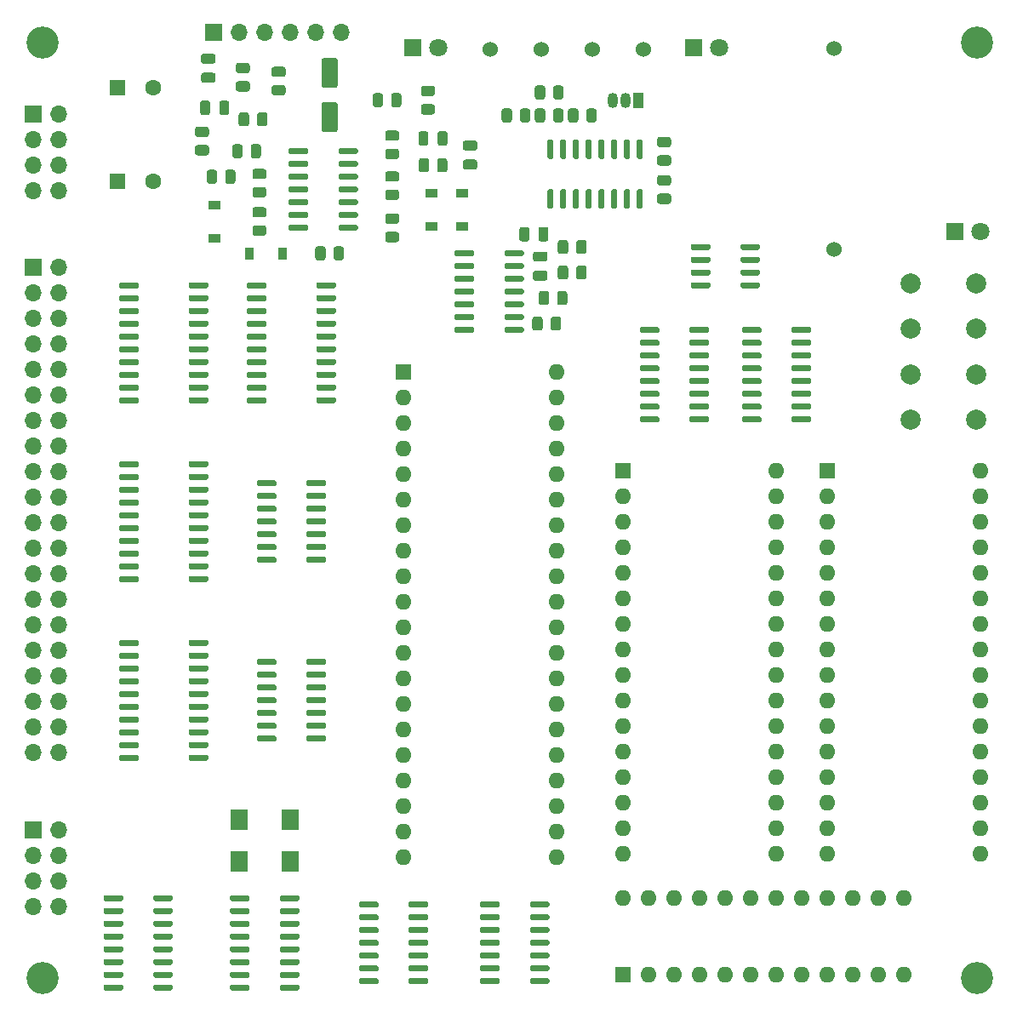
<source format=gbr>
%TF.GenerationSoftware,KiCad,Pcbnew,(5.1.9)-1*%
%TF.CreationDate,2022-03-13T14:27:44-04:00*%
%TF.ProjectId,cpu2,63707532-2e6b-4696-9361-645f70636258,rev?*%
%TF.SameCoordinates,Original*%
%TF.FileFunction,Soldermask,Top*%
%TF.FilePolarity,Negative*%
%FSLAX46Y46*%
G04 Gerber Fmt 4.6, Leading zero omitted, Abs format (unit mm)*
G04 Created by KiCad (PCBNEW (5.1.9)-1) date 2022-03-13 14:27:44*
%MOMM*%
%LPD*%
G01*
G04 APERTURE LIST*
%ADD10C,1.524000*%
%ADD11O,1.700000X1.700000*%
%ADD12R,1.700000X1.700000*%
%ADD13R,0.900000X1.200000*%
%ADD14R,1.200000X0.900000*%
%ADD15R,1.050000X1.500000*%
%ADD16O,1.050000X1.500000*%
%ADD17C,1.800000*%
%ADD18R,1.800000X1.800000*%
%ADD19R,1.800000X2.000000*%
%ADD20C,3.200000*%
%ADD21C,1.600000*%
%ADD22R,1.600000X1.600000*%
%ADD23C,2.000000*%
%ADD24O,1.600000X1.600000*%
G04 APERTURE END LIST*
%TO.C,U22*%
G36*
G01*
X89940000Y-47475000D02*
X89940000Y-47775000D01*
G75*
G02*
X89790000Y-47925000I-150000J0D01*
G01*
X88140000Y-47925000D01*
G75*
G02*
X87990000Y-47775000I0J150000D01*
G01*
X87990000Y-47475000D01*
G75*
G02*
X88140000Y-47325000I150000J0D01*
G01*
X89790000Y-47325000D01*
G75*
G02*
X89940000Y-47475000I0J-150000D01*
G01*
G37*
G36*
G01*
X89940000Y-46205000D02*
X89940000Y-46505000D01*
G75*
G02*
X89790000Y-46655000I-150000J0D01*
G01*
X88140000Y-46655000D01*
G75*
G02*
X87990000Y-46505000I0J150000D01*
G01*
X87990000Y-46205000D01*
G75*
G02*
X88140000Y-46055000I150000J0D01*
G01*
X89790000Y-46055000D01*
G75*
G02*
X89940000Y-46205000I0J-150000D01*
G01*
G37*
G36*
G01*
X89940000Y-44935000D02*
X89940000Y-45235000D01*
G75*
G02*
X89790000Y-45385000I-150000J0D01*
G01*
X88140000Y-45385000D01*
G75*
G02*
X87990000Y-45235000I0J150000D01*
G01*
X87990000Y-44935000D01*
G75*
G02*
X88140000Y-44785000I150000J0D01*
G01*
X89790000Y-44785000D01*
G75*
G02*
X89940000Y-44935000I0J-150000D01*
G01*
G37*
G36*
G01*
X89940000Y-43665000D02*
X89940000Y-43965000D01*
G75*
G02*
X89790000Y-44115000I-150000J0D01*
G01*
X88140000Y-44115000D01*
G75*
G02*
X87990000Y-43965000I0J150000D01*
G01*
X87990000Y-43665000D01*
G75*
G02*
X88140000Y-43515000I150000J0D01*
G01*
X89790000Y-43515000D01*
G75*
G02*
X89940000Y-43665000I0J-150000D01*
G01*
G37*
G36*
G01*
X94890000Y-43665000D02*
X94890000Y-43965000D01*
G75*
G02*
X94740000Y-44115000I-150000J0D01*
G01*
X93090000Y-44115000D01*
G75*
G02*
X92940000Y-43965000I0J150000D01*
G01*
X92940000Y-43665000D01*
G75*
G02*
X93090000Y-43515000I150000J0D01*
G01*
X94740000Y-43515000D01*
G75*
G02*
X94890000Y-43665000I0J-150000D01*
G01*
G37*
G36*
G01*
X94890000Y-44935000D02*
X94890000Y-45235000D01*
G75*
G02*
X94740000Y-45385000I-150000J0D01*
G01*
X93090000Y-45385000D01*
G75*
G02*
X92940000Y-45235000I0J150000D01*
G01*
X92940000Y-44935000D01*
G75*
G02*
X93090000Y-44785000I150000J0D01*
G01*
X94740000Y-44785000D01*
G75*
G02*
X94890000Y-44935000I0J-150000D01*
G01*
G37*
G36*
G01*
X94890000Y-46205000D02*
X94890000Y-46505000D01*
G75*
G02*
X94740000Y-46655000I-150000J0D01*
G01*
X93090000Y-46655000D01*
G75*
G02*
X92940000Y-46505000I0J150000D01*
G01*
X92940000Y-46205000D01*
G75*
G02*
X93090000Y-46055000I150000J0D01*
G01*
X94740000Y-46055000D01*
G75*
G02*
X94890000Y-46205000I0J-150000D01*
G01*
G37*
G36*
G01*
X94890000Y-47475000D02*
X94890000Y-47775000D01*
G75*
G02*
X94740000Y-47925000I-150000J0D01*
G01*
X93090000Y-47925000D01*
G75*
G02*
X92940000Y-47775000I0J150000D01*
G01*
X92940000Y-47475000D01*
G75*
G02*
X93090000Y-47325000I150000J0D01*
G01*
X94740000Y-47325000D01*
G75*
G02*
X94890000Y-47475000I0J-150000D01*
G01*
G37*
%TD*%
D10*
%TO.C,BT1*%
X102235000Y-44050000D03*
X102235000Y-24050000D03*
%TD*%
D11*
%TO.C,J4*%
X53200000Y-22500000D03*
X50660000Y-22500000D03*
X48120000Y-22500000D03*
X45580000Y-22500000D03*
X43040000Y-22500000D03*
D12*
X40500000Y-22500000D03*
%TD*%
%TO.C,R66*%
G36*
G01*
X57842998Y-38119000D02*
X58743002Y-38119000D01*
G75*
G02*
X58993000Y-38368998I0J-249998D01*
G01*
X58993000Y-38894002D01*
G75*
G02*
X58743002Y-39144000I-249998J0D01*
G01*
X57842998Y-39144000D01*
G75*
G02*
X57593000Y-38894002I0J249998D01*
G01*
X57593000Y-38368998D01*
G75*
G02*
X57842998Y-38119000I249998J0D01*
G01*
G37*
G36*
G01*
X57842998Y-36294000D02*
X58743002Y-36294000D01*
G75*
G02*
X58993000Y-36543998I0J-249998D01*
G01*
X58993000Y-37069002D01*
G75*
G02*
X58743002Y-37319000I-249998J0D01*
G01*
X57842998Y-37319000D01*
G75*
G02*
X57593000Y-37069002I0J249998D01*
G01*
X57593000Y-36543998D01*
G75*
G02*
X57842998Y-36294000I249998J0D01*
G01*
G37*
%TD*%
%TO.C,R65*%
G36*
G01*
X62757000Y-36137002D02*
X62757000Y-35236998D01*
G75*
G02*
X63006998Y-34987000I249998J0D01*
G01*
X63532002Y-34987000D01*
G75*
G02*
X63782000Y-35236998I0J-249998D01*
G01*
X63782000Y-36137002D01*
G75*
G02*
X63532002Y-36387000I-249998J0D01*
G01*
X63006998Y-36387000D01*
G75*
G02*
X62757000Y-36137002I0J249998D01*
G01*
G37*
G36*
G01*
X60932000Y-36137002D02*
X60932000Y-35236998D01*
G75*
G02*
X61181998Y-34987000I249998J0D01*
G01*
X61707002Y-34987000D01*
G75*
G02*
X61957000Y-35236998I0J-249998D01*
G01*
X61957000Y-36137002D01*
G75*
G02*
X61707002Y-36387000I-249998J0D01*
G01*
X61181998Y-36387000D01*
G75*
G02*
X60932000Y-36137002I0J249998D01*
G01*
G37*
%TD*%
%TO.C,R64*%
G36*
G01*
X61398998Y-29610000D02*
X62299002Y-29610000D01*
G75*
G02*
X62549000Y-29859998I0J-249998D01*
G01*
X62549000Y-30385002D01*
G75*
G02*
X62299002Y-30635000I-249998J0D01*
G01*
X61398998Y-30635000D01*
G75*
G02*
X61149000Y-30385002I0J249998D01*
G01*
X61149000Y-29859998D01*
G75*
G02*
X61398998Y-29610000I249998J0D01*
G01*
G37*
G36*
G01*
X61398998Y-27785000D02*
X62299002Y-27785000D01*
G75*
G02*
X62549000Y-28034998I0J-249998D01*
G01*
X62549000Y-28560002D01*
G75*
G02*
X62299002Y-28810000I-249998J0D01*
G01*
X61398998Y-28810000D01*
G75*
G02*
X61149000Y-28560002I0J249998D01*
G01*
X61149000Y-28034998D01*
G75*
G02*
X61398998Y-27785000I249998J0D01*
G01*
G37*
%TD*%
%TO.C,R63*%
G36*
G01*
X44634998Y-37865000D02*
X45535002Y-37865000D01*
G75*
G02*
X45785000Y-38114998I0J-249998D01*
G01*
X45785000Y-38640002D01*
G75*
G02*
X45535002Y-38890000I-249998J0D01*
G01*
X44634998Y-38890000D01*
G75*
G02*
X44385000Y-38640002I0J249998D01*
G01*
X44385000Y-38114998D01*
G75*
G02*
X44634998Y-37865000I249998J0D01*
G01*
G37*
G36*
G01*
X44634998Y-36040000D02*
X45535002Y-36040000D01*
G75*
G02*
X45785000Y-36289998I0J-249998D01*
G01*
X45785000Y-36815002D01*
G75*
G02*
X45535002Y-37065000I-249998J0D01*
G01*
X44634998Y-37065000D01*
G75*
G02*
X44385000Y-36815002I0J249998D01*
G01*
X44385000Y-36289998D01*
G75*
G02*
X44634998Y-36040000I249998J0D01*
G01*
G37*
%TD*%
%TO.C,R62*%
G36*
G01*
X43415000Y-33839998D02*
X43415000Y-34740002D01*
G75*
G02*
X43165002Y-34990000I-249998J0D01*
G01*
X42639998Y-34990000D01*
G75*
G02*
X42390000Y-34740002I0J249998D01*
G01*
X42390000Y-33839998D01*
G75*
G02*
X42639998Y-33590000I249998J0D01*
G01*
X43165002Y-33590000D01*
G75*
G02*
X43415000Y-33839998I0J-249998D01*
G01*
G37*
G36*
G01*
X45240000Y-33839998D02*
X45240000Y-34740002D01*
G75*
G02*
X44990002Y-34990000I-249998J0D01*
G01*
X44464998Y-34990000D01*
G75*
G02*
X44215000Y-34740002I0J249998D01*
G01*
X44215000Y-33839998D01*
G75*
G02*
X44464998Y-33590000I249998J0D01*
G01*
X44990002Y-33590000D01*
G75*
G02*
X45240000Y-33839998I0J-249998D01*
G01*
G37*
%TD*%
%TO.C,R61*%
G36*
G01*
X41675000Y-37280002D02*
X41675000Y-36379998D01*
G75*
G02*
X41924998Y-36130000I249998J0D01*
G01*
X42450002Y-36130000D01*
G75*
G02*
X42700000Y-36379998I0J-249998D01*
G01*
X42700000Y-37280002D01*
G75*
G02*
X42450002Y-37530000I-249998J0D01*
G01*
X41924998Y-37530000D01*
G75*
G02*
X41675000Y-37280002I0J249998D01*
G01*
G37*
G36*
G01*
X39850000Y-37280002D02*
X39850000Y-36379998D01*
G75*
G02*
X40099998Y-36130000I249998J0D01*
G01*
X40625002Y-36130000D01*
G75*
G02*
X40875000Y-36379998I0J-249998D01*
G01*
X40875000Y-37280002D01*
G75*
G02*
X40625002Y-37530000I-249998J0D01*
G01*
X40099998Y-37530000D01*
G75*
G02*
X39850000Y-37280002I0J249998D01*
G01*
G37*
%TD*%
%TO.C,R60*%
G36*
G01*
X44850000Y-31565002D02*
X44850000Y-30664998D01*
G75*
G02*
X45099998Y-30415000I249998J0D01*
G01*
X45625002Y-30415000D01*
G75*
G02*
X45875000Y-30664998I0J-249998D01*
G01*
X45875000Y-31565002D01*
G75*
G02*
X45625002Y-31815000I-249998J0D01*
G01*
X45099998Y-31815000D01*
G75*
G02*
X44850000Y-31565002I0J249998D01*
G01*
G37*
G36*
G01*
X43025000Y-31565002D02*
X43025000Y-30664998D01*
G75*
G02*
X43274998Y-30415000I249998J0D01*
G01*
X43800002Y-30415000D01*
G75*
G02*
X44050000Y-30664998I0J-249998D01*
G01*
X44050000Y-31565002D01*
G75*
G02*
X43800002Y-31815000I-249998J0D01*
G01*
X43274998Y-31815000D01*
G75*
G02*
X43025000Y-31565002I0J249998D01*
G01*
G37*
%TD*%
%TO.C,R59*%
G36*
G01*
X47440002Y-26905000D02*
X46539998Y-26905000D01*
G75*
G02*
X46290000Y-26655002I0J249998D01*
G01*
X46290000Y-26129998D01*
G75*
G02*
X46539998Y-25880000I249998J0D01*
G01*
X47440002Y-25880000D01*
G75*
G02*
X47690000Y-26129998I0J-249998D01*
G01*
X47690000Y-26655002D01*
G75*
G02*
X47440002Y-26905000I-249998J0D01*
G01*
G37*
G36*
G01*
X47440002Y-28730000D02*
X46539998Y-28730000D01*
G75*
G02*
X46290000Y-28480002I0J249998D01*
G01*
X46290000Y-27954998D01*
G75*
G02*
X46539998Y-27705000I249998J0D01*
G01*
X47440002Y-27705000D01*
G75*
G02*
X47690000Y-27954998I0J-249998D01*
G01*
X47690000Y-28480002D01*
G75*
G02*
X47440002Y-28730000I-249998J0D01*
G01*
G37*
%TD*%
%TO.C,R58*%
G36*
G01*
X44634998Y-41675000D02*
X45535002Y-41675000D01*
G75*
G02*
X45785000Y-41924998I0J-249998D01*
G01*
X45785000Y-42450002D01*
G75*
G02*
X45535002Y-42700000I-249998J0D01*
G01*
X44634998Y-42700000D01*
G75*
G02*
X44385000Y-42450002I0J249998D01*
G01*
X44385000Y-41924998D01*
G75*
G02*
X44634998Y-41675000I249998J0D01*
G01*
G37*
G36*
G01*
X44634998Y-39850000D02*
X45535002Y-39850000D01*
G75*
G02*
X45785000Y-40099998I0J-249998D01*
G01*
X45785000Y-40625002D01*
G75*
G02*
X45535002Y-40875000I-249998J0D01*
G01*
X44634998Y-40875000D01*
G75*
G02*
X44385000Y-40625002I0J249998D01*
G01*
X44385000Y-40099998D01*
G75*
G02*
X44634998Y-39850000I249998J0D01*
G01*
G37*
%TD*%
%TO.C,R57*%
G36*
G01*
X57842998Y-34055000D02*
X58743002Y-34055000D01*
G75*
G02*
X58993000Y-34304998I0J-249998D01*
G01*
X58993000Y-34830002D01*
G75*
G02*
X58743002Y-35080000I-249998J0D01*
G01*
X57842998Y-35080000D01*
G75*
G02*
X57593000Y-34830002I0J249998D01*
G01*
X57593000Y-34304998D01*
G75*
G02*
X57842998Y-34055000I249998J0D01*
G01*
G37*
G36*
G01*
X57842998Y-32230000D02*
X58743002Y-32230000D01*
G75*
G02*
X58993000Y-32479998I0J-249998D01*
G01*
X58993000Y-33005002D01*
G75*
G02*
X58743002Y-33255000I-249998J0D01*
G01*
X57842998Y-33255000D01*
G75*
G02*
X57593000Y-33005002I0J249998D01*
G01*
X57593000Y-32479998D01*
G75*
G02*
X57842998Y-32230000I249998J0D01*
G01*
G37*
%TD*%
%TO.C,R56*%
G36*
G01*
X58743002Y-41510000D02*
X57842998Y-41510000D01*
G75*
G02*
X57593000Y-41260002I0J249998D01*
G01*
X57593000Y-40734998D01*
G75*
G02*
X57842998Y-40485000I249998J0D01*
G01*
X58743002Y-40485000D01*
G75*
G02*
X58993000Y-40734998I0J-249998D01*
G01*
X58993000Y-41260002D01*
G75*
G02*
X58743002Y-41510000I-249998J0D01*
G01*
G37*
G36*
G01*
X58743002Y-43335000D02*
X57842998Y-43335000D01*
G75*
G02*
X57593000Y-43085002I0J249998D01*
G01*
X57593000Y-42559998D01*
G75*
G02*
X57842998Y-42310000I249998J0D01*
G01*
X58743002Y-42310000D01*
G75*
G02*
X58993000Y-42559998I0J-249998D01*
G01*
X58993000Y-43085002D01*
G75*
G02*
X58743002Y-43335000I-249998J0D01*
G01*
G37*
%TD*%
%TO.C,R55*%
G36*
G01*
X38919998Y-33674000D02*
X39820002Y-33674000D01*
G75*
G02*
X40070000Y-33923998I0J-249998D01*
G01*
X40070000Y-34449002D01*
G75*
G02*
X39820002Y-34699000I-249998J0D01*
G01*
X38919998Y-34699000D01*
G75*
G02*
X38670000Y-34449002I0J249998D01*
G01*
X38670000Y-33923998D01*
G75*
G02*
X38919998Y-33674000I249998J0D01*
G01*
G37*
G36*
G01*
X38919998Y-31849000D02*
X39820002Y-31849000D01*
G75*
G02*
X40070000Y-32098998I0J-249998D01*
G01*
X40070000Y-32624002D01*
G75*
G02*
X39820002Y-32874000I-249998J0D01*
G01*
X38919998Y-32874000D01*
G75*
G02*
X38670000Y-32624002I0J249998D01*
G01*
X38670000Y-32098998D01*
G75*
G02*
X38919998Y-31849000I249998J0D01*
G01*
G37*
%TD*%
%TO.C,R54*%
G36*
G01*
X52470000Y-44900002D02*
X52470000Y-43999998D01*
G75*
G02*
X52719998Y-43750000I249998J0D01*
G01*
X53245002Y-43750000D01*
G75*
G02*
X53495000Y-43999998I0J-249998D01*
G01*
X53495000Y-44900002D01*
G75*
G02*
X53245002Y-45150000I-249998J0D01*
G01*
X52719998Y-45150000D01*
G75*
G02*
X52470000Y-44900002I0J249998D01*
G01*
G37*
G36*
G01*
X50645000Y-44900002D02*
X50645000Y-43999998D01*
G75*
G02*
X50894998Y-43750000I249998J0D01*
G01*
X51420002Y-43750000D01*
G75*
G02*
X51670000Y-43999998I0J-249998D01*
G01*
X51670000Y-44900002D01*
G75*
G02*
X51420002Y-45150000I-249998J0D01*
G01*
X50894998Y-45150000D01*
G75*
G02*
X50645000Y-44900002I0J249998D01*
G01*
G37*
%TD*%
%TO.C,R53*%
G36*
G01*
X43884002Y-26524000D02*
X42983998Y-26524000D01*
G75*
G02*
X42734000Y-26274002I0J249998D01*
G01*
X42734000Y-25748998D01*
G75*
G02*
X42983998Y-25499000I249998J0D01*
G01*
X43884002Y-25499000D01*
G75*
G02*
X44134000Y-25748998I0J-249998D01*
G01*
X44134000Y-26274002D01*
G75*
G02*
X43884002Y-26524000I-249998J0D01*
G01*
G37*
G36*
G01*
X43884002Y-28349000D02*
X42983998Y-28349000D01*
G75*
G02*
X42734000Y-28099002I0J249998D01*
G01*
X42734000Y-27573998D01*
G75*
G02*
X42983998Y-27324000I249998J0D01*
G01*
X43884002Y-27324000D01*
G75*
G02*
X44134000Y-27573998I0J-249998D01*
G01*
X44134000Y-28099002D01*
G75*
G02*
X43884002Y-28349000I-249998J0D01*
G01*
G37*
%TD*%
D13*
%TO.C,D13*%
X47370000Y-44450000D03*
X44070000Y-44450000D03*
%TD*%
D14*
%TO.C,D12*%
X65278000Y-41782000D03*
X65278000Y-38482000D03*
%TD*%
%TO.C,D11*%
X62230000Y-38482000D03*
X62230000Y-41782000D03*
%TD*%
%TO.C,C26*%
G36*
G01*
X66515000Y-34221000D02*
X65565000Y-34221000D01*
G75*
G02*
X65315000Y-33971000I0J250000D01*
G01*
X65315000Y-33471000D01*
G75*
G02*
X65565000Y-33221000I250000J0D01*
G01*
X66515000Y-33221000D01*
G75*
G02*
X66765000Y-33471000I0J-250000D01*
G01*
X66765000Y-33971000D01*
G75*
G02*
X66515000Y-34221000I-250000J0D01*
G01*
G37*
G36*
G01*
X66515000Y-36121000D02*
X65565000Y-36121000D01*
G75*
G02*
X65315000Y-35871000I0J250000D01*
G01*
X65315000Y-35371000D01*
G75*
G02*
X65565000Y-35121000I250000J0D01*
G01*
X66515000Y-35121000D01*
G75*
G02*
X66765000Y-35371000I0J-250000D01*
G01*
X66765000Y-35871000D01*
G75*
G02*
X66515000Y-36121000I-250000J0D01*
G01*
G37*
%TD*%
%TO.C,C25*%
G36*
G01*
X62807000Y-33495000D02*
X62807000Y-32545000D01*
G75*
G02*
X63057000Y-32295000I250000J0D01*
G01*
X63557000Y-32295000D01*
G75*
G02*
X63807000Y-32545000I0J-250000D01*
G01*
X63807000Y-33495000D01*
G75*
G02*
X63557000Y-33745000I-250000J0D01*
G01*
X63057000Y-33745000D01*
G75*
G02*
X62807000Y-33495000I0J250000D01*
G01*
G37*
G36*
G01*
X60907000Y-33495000D02*
X60907000Y-32545000D01*
G75*
G02*
X61157000Y-32295000I250000J0D01*
G01*
X61657000Y-32295000D01*
G75*
G02*
X61907000Y-32545000I0J-250000D01*
G01*
X61907000Y-33495000D01*
G75*
G02*
X61657000Y-33745000I-250000J0D01*
G01*
X61157000Y-33745000D01*
G75*
G02*
X60907000Y-33495000I0J250000D01*
G01*
G37*
%TD*%
%TO.C,C24*%
G36*
G01*
X41090000Y-30447000D02*
X41090000Y-29497000D01*
G75*
G02*
X41340000Y-29247000I250000J0D01*
G01*
X41840000Y-29247000D01*
G75*
G02*
X42090000Y-29497000I0J-250000D01*
G01*
X42090000Y-30447000D01*
G75*
G02*
X41840000Y-30697000I-250000J0D01*
G01*
X41340000Y-30697000D01*
G75*
G02*
X41090000Y-30447000I0J250000D01*
G01*
G37*
G36*
G01*
X39190000Y-30447000D02*
X39190000Y-29497000D01*
G75*
G02*
X39440000Y-29247000I250000J0D01*
G01*
X39940000Y-29247000D01*
G75*
G02*
X40190000Y-29497000I0J-250000D01*
G01*
X40190000Y-30447000D01*
G75*
G02*
X39940000Y-30697000I-250000J0D01*
G01*
X39440000Y-30697000D01*
G75*
G02*
X39190000Y-30447000I0J250000D01*
G01*
G37*
%TD*%
%TO.C,C23*%
G36*
G01*
X40480000Y-25585000D02*
X39530000Y-25585000D01*
G75*
G02*
X39280000Y-25335000I0J250000D01*
G01*
X39280000Y-24835000D01*
G75*
G02*
X39530000Y-24585000I250000J0D01*
G01*
X40480000Y-24585000D01*
G75*
G02*
X40730000Y-24835000I0J-250000D01*
G01*
X40730000Y-25335000D01*
G75*
G02*
X40480000Y-25585000I-250000J0D01*
G01*
G37*
G36*
G01*
X40480000Y-27485000D02*
X39530000Y-27485000D01*
G75*
G02*
X39280000Y-27235000I0J250000D01*
G01*
X39280000Y-26735000D01*
G75*
G02*
X39530000Y-26485000I250000J0D01*
G01*
X40480000Y-26485000D01*
G75*
G02*
X40730000Y-26735000I0J-250000D01*
G01*
X40730000Y-27235000D01*
G75*
G02*
X40480000Y-27485000I-250000J0D01*
G01*
G37*
%TD*%
D10*
%TO.C,U21*%
X83312000Y-24130000D03*
X68072000Y-24130000D03*
X73152000Y-24130000D03*
X78232000Y-24130000D03*
%TD*%
%TO.C,U20*%
G36*
G01*
X82781000Y-38076000D02*
X83081000Y-38076000D01*
G75*
G02*
X83231000Y-38226000I0J-150000D01*
G01*
X83231000Y-39876000D01*
G75*
G02*
X83081000Y-40026000I-150000J0D01*
G01*
X82781000Y-40026000D01*
G75*
G02*
X82631000Y-39876000I0J150000D01*
G01*
X82631000Y-38226000D01*
G75*
G02*
X82781000Y-38076000I150000J0D01*
G01*
G37*
G36*
G01*
X81511000Y-38076000D02*
X81811000Y-38076000D01*
G75*
G02*
X81961000Y-38226000I0J-150000D01*
G01*
X81961000Y-39876000D01*
G75*
G02*
X81811000Y-40026000I-150000J0D01*
G01*
X81511000Y-40026000D01*
G75*
G02*
X81361000Y-39876000I0J150000D01*
G01*
X81361000Y-38226000D01*
G75*
G02*
X81511000Y-38076000I150000J0D01*
G01*
G37*
G36*
G01*
X80241000Y-38076000D02*
X80541000Y-38076000D01*
G75*
G02*
X80691000Y-38226000I0J-150000D01*
G01*
X80691000Y-39876000D01*
G75*
G02*
X80541000Y-40026000I-150000J0D01*
G01*
X80241000Y-40026000D01*
G75*
G02*
X80091000Y-39876000I0J150000D01*
G01*
X80091000Y-38226000D01*
G75*
G02*
X80241000Y-38076000I150000J0D01*
G01*
G37*
G36*
G01*
X78971000Y-38076000D02*
X79271000Y-38076000D01*
G75*
G02*
X79421000Y-38226000I0J-150000D01*
G01*
X79421000Y-39876000D01*
G75*
G02*
X79271000Y-40026000I-150000J0D01*
G01*
X78971000Y-40026000D01*
G75*
G02*
X78821000Y-39876000I0J150000D01*
G01*
X78821000Y-38226000D01*
G75*
G02*
X78971000Y-38076000I150000J0D01*
G01*
G37*
G36*
G01*
X77701000Y-38076000D02*
X78001000Y-38076000D01*
G75*
G02*
X78151000Y-38226000I0J-150000D01*
G01*
X78151000Y-39876000D01*
G75*
G02*
X78001000Y-40026000I-150000J0D01*
G01*
X77701000Y-40026000D01*
G75*
G02*
X77551000Y-39876000I0J150000D01*
G01*
X77551000Y-38226000D01*
G75*
G02*
X77701000Y-38076000I150000J0D01*
G01*
G37*
G36*
G01*
X76431000Y-38076000D02*
X76731000Y-38076000D01*
G75*
G02*
X76881000Y-38226000I0J-150000D01*
G01*
X76881000Y-39876000D01*
G75*
G02*
X76731000Y-40026000I-150000J0D01*
G01*
X76431000Y-40026000D01*
G75*
G02*
X76281000Y-39876000I0J150000D01*
G01*
X76281000Y-38226000D01*
G75*
G02*
X76431000Y-38076000I150000J0D01*
G01*
G37*
G36*
G01*
X75161000Y-38076000D02*
X75461000Y-38076000D01*
G75*
G02*
X75611000Y-38226000I0J-150000D01*
G01*
X75611000Y-39876000D01*
G75*
G02*
X75461000Y-40026000I-150000J0D01*
G01*
X75161000Y-40026000D01*
G75*
G02*
X75011000Y-39876000I0J150000D01*
G01*
X75011000Y-38226000D01*
G75*
G02*
X75161000Y-38076000I150000J0D01*
G01*
G37*
G36*
G01*
X73891000Y-38076000D02*
X74191000Y-38076000D01*
G75*
G02*
X74341000Y-38226000I0J-150000D01*
G01*
X74341000Y-39876000D01*
G75*
G02*
X74191000Y-40026000I-150000J0D01*
G01*
X73891000Y-40026000D01*
G75*
G02*
X73741000Y-39876000I0J150000D01*
G01*
X73741000Y-38226000D01*
G75*
G02*
X73891000Y-38076000I150000J0D01*
G01*
G37*
G36*
G01*
X73891000Y-33126000D02*
X74191000Y-33126000D01*
G75*
G02*
X74341000Y-33276000I0J-150000D01*
G01*
X74341000Y-34926000D01*
G75*
G02*
X74191000Y-35076000I-150000J0D01*
G01*
X73891000Y-35076000D01*
G75*
G02*
X73741000Y-34926000I0J150000D01*
G01*
X73741000Y-33276000D01*
G75*
G02*
X73891000Y-33126000I150000J0D01*
G01*
G37*
G36*
G01*
X75161000Y-33126000D02*
X75461000Y-33126000D01*
G75*
G02*
X75611000Y-33276000I0J-150000D01*
G01*
X75611000Y-34926000D01*
G75*
G02*
X75461000Y-35076000I-150000J0D01*
G01*
X75161000Y-35076000D01*
G75*
G02*
X75011000Y-34926000I0J150000D01*
G01*
X75011000Y-33276000D01*
G75*
G02*
X75161000Y-33126000I150000J0D01*
G01*
G37*
G36*
G01*
X76431000Y-33126000D02*
X76731000Y-33126000D01*
G75*
G02*
X76881000Y-33276000I0J-150000D01*
G01*
X76881000Y-34926000D01*
G75*
G02*
X76731000Y-35076000I-150000J0D01*
G01*
X76431000Y-35076000D01*
G75*
G02*
X76281000Y-34926000I0J150000D01*
G01*
X76281000Y-33276000D01*
G75*
G02*
X76431000Y-33126000I150000J0D01*
G01*
G37*
G36*
G01*
X77701000Y-33126000D02*
X78001000Y-33126000D01*
G75*
G02*
X78151000Y-33276000I0J-150000D01*
G01*
X78151000Y-34926000D01*
G75*
G02*
X78001000Y-35076000I-150000J0D01*
G01*
X77701000Y-35076000D01*
G75*
G02*
X77551000Y-34926000I0J150000D01*
G01*
X77551000Y-33276000D01*
G75*
G02*
X77701000Y-33126000I150000J0D01*
G01*
G37*
G36*
G01*
X78971000Y-33126000D02*
X79271000Y-33126000D01*
G75*
G02*
X79421000Y-33276000I0J-150000D01*
G01*
X79421000Y-34926000D01*
G75*
G02*
X79271000Y-35076000I-150000J0D01*
G01*
X78971000Y-35076000D01*
G75*
G02*
X78821000Y-34926000I0J150000D01*
G01*
X78821000Y-33276000D01*
G75*
G02*
X78971000Y-33126000I150000J0D01*
G01*
G37*
G36*
G01*
X80241000Y-33126000D02*
X80541000Y-33126000D01*
G75*
G02*
X80691000Y-33276000I0J-150000D01*
G01*
X80691000Y-34926000D01*
G75*
G02*
X80541000Y-35076000I-150000J0D01*
G01*
X80241000Y-35076000D01*
G75*
G02*
X80091000Y-34926000I0J150000D01*
G01*
X80091000Y-33276000D01*
G75*
G02*
X80241000Y-33126000I150000J0D01*
G01*
G37*
G36*
G01*
X81511000Y-33126000D02*
X81811000Y-33126000D01*
G75*
G02*
X81961000Y-33276000I0J-150000D01*
G01*
X81961000Y-34926000D01*
G75*
G02*
X81811000Y-35076000I-150000J0D01*
G01*
X81511000Y-35076000D01*
G75*
G02*
X81361000Y-34926000I0J150000D01*
G01*
X81361000Y-33276000D01*
G75*
G02*
X81511000Y-33126000I150000J0D01*
G01*
G37*
G36*
G01*
X82781000Y-33126000D02*
X83081000Y-33126000D01*
G75*
G02*
X83231000Y-33276000I0J-150000D01*
G01*
X83231000Y-34926000D01*
G75*
G02*
X83081000Y-35076000I-150000J0D01*
G01*
X82781000Y-35076000D01*
G75*
G02*
X82631000Y-34926000I0J150000D01*
G01*
X82631000Y-33276000D01*
G75*
G02*
X82781000Y-33126000I150000J0D01*
G01*
G37*
%TD*%
%TO.C,R52*%
G36*
G01*
X57385000Y-28759998D02*
X57385000Y-29660002D01*
G75*
G02*
X57135002Y-29910000I-249998J0D01*
G01*
X56609998Y-29910000D01*
G75*
G02*
X56360000Y-29660002I0J249998D01*
G01*
X56360000Y-28759998D01*
G75*
G02*
X56609998Y-28510000I249998J0D01*
G01*
X57135002Y-28510000D01*
G75*
G02*
X57385000Y-28759998I0J-249998D01*
G01*
G37*
G36*
G01*
X59210000Y-28759998D02*
X59210000Y-29660002D01*
G75*
G02*
X58960002Y-29910000I-249998J0D01*
G01*
X58434998Y-29910000D01*
G75*
G02*
X58185000Y-29660002I0J249998D01*
G01*
X58185000Y-28759998D01*
G75*
G02*
X58434998Y-28510000I249998J0D01*
G01*
X58960002Y-28510000D01*
G75*
G02*
X59210000Y-28759998I0J-249998D01*
G01*
G37*
%TD*%
%TO.C,R51*%
G36*
G01*
X74314000Y-28898002D02*
X74314000Y-27997998D01*
G75*
G02*
X74563998Y-27748000I249998J0D01*
G01*
X75089002Y-27748000D01*
G75*
G02*
X75339000Y-27997998I0J-249998D01*
G01*
X75339000Y-28898002D01*
G75*
G02*
X75089002Y-29148000I-249998J0D01*
G01*
X74563998Y-29148000D01*
G75*
G02*
X74314000Y-28898002I0J249998D01*
G01*
G37*
G36*
G01*
X72489000Y-28898002D02*
X72489000Y-27997998D01*
G75*
G02*
X72738998Y-27748000I249998J0D01*
G01*
X73264002Y-27748000D01*
G75*
G02*
X73514000Y-27997998I0J-249998D01*
G01*
X73514000Y-28898002D01*
G75*
G02*
X73264002Y-29148000I-249998J0D01*
G01*
X72738998Y-29148000D01*
G75*
G02*
X72489000Y-28898002I0J249998D01*
G01*
G37*
%TD*%
%TO.C,R50*%
G36*
G01*
X71012000Y-31184002D02*
X71012000Y-30283998D01*
G75*
G02*
X71261998Y-30034000I249998J0D01*
G01*
X71787002Y-30034000D01*
G75*
G02*
X72037000Y-30283998I0J-249998D01*
G01*
X72037000Y-31184002D01*
G75*
G02*
X71787002Y-31434000I-249998J0D01*
G01*
X71261998Y-31434000D01*
G75*
G02*
X71012000Y-31184002I0J249998D01*
G01*
G37*
G36*
G01*
X69187000Y-31184002D02*
X69187000Y-30283998D01*
G75*
G02*
X69436998Y-30034000I249998J0D01*
G01*
X69962002Y-30034000D01*
G75*
G02*
X70212000Y-30283998I0J-249998D01*
G01*
X70212000Y-31184002D01*
G75*
G02*
X69962002Y-31434000I-249998J0D01*
G01*
X69436998Y-31434000D01*
G75*
G02*
X69187000Y-31184002I0J249998D01*
G01*
G37*
%TD*%
%TO.C,R49*%
G36*
G01*
X73514000Y-30283998D02*
X73514000Y-31184002D01*
G75*
G02*
X73264002Y-31434000I-249998J0D01*
G01*
X72738998Y-31434000D01*
G75*
G02*
X72489000Y-31184002I0J249998D01*
G01*
X72489000Y-30283998D01*
G75*
G02*
X72738998Y-30034000I249998J0D01*
G01*
X73264002Y-30034000D01*
G75*
G02*
X73514000Y-30283998I0J-249998D01*
G01*
G37*
G36*
G01*
X75339000Y-30283998D02*
X75339000Y-31184002D01*
G75*
G02*
X75089002Y-31434000I-249998J0D01*
G01*
X74563998Y-31434000D01*
G75*
G02*
X74314000Y-31184002I0J249998D01*
G01*
X74314000Y-30283998D01*
G75*
G02*
X74563998Y-30034000I249998J0D01*
G01*
X75089002Y-30034000D01*
G75*
G02*
X75339000Y-30283998I0J-249998D01*
G01*
G37*
%TD*%
%TO.C,R48*%
G36*
G01*
X84893998Y-34690000D02*
X85794002Y-34690000D01*
G75*
G02*
X86044000Y-34939998I0J-249998D01*
G01*
X86044000Y-35465002D01*
G75*
G02*
X85794002Y-35715000I-249998J0D01*
G01*
X84893998Y-35715000D01*
G75*
G02*
X84644000Y-35465002I0J249998D01*
G01*
X84644000Y-34939998D01*
G75*
G02*
X84893998Y-34690000I249998J0D01*
G01*
G37*
G36*
G01*
X84893998Y-32865000D02*
X85794002Y-32865000D01*
G75*
G02*
X86044000Y-33114998I0J-249998D01*
G01*
X86044000Y-33640002D01*
G75*
G02*
X85794002Y-33890000I-249998J0D01*
G01*
X84893998Y-33890000D01*
G75*
G02*
X84644000Y-33640002I0J249998D01*
G01*
X84644000Y-33114998D01*
G75*
G02*
X84893998Y-32865000I249998J0D01*
G01*
G37*
%TD*%
%TO.C,R47*%
G36*
G01*
X76816000Y-30283998D02*
X76816000Y-31184002D01*
G75*
G02*
X76566002Y-31434000I-249998J0D01*
G01*
X76040998Y-31434000D01*
G75*
G02*
X75791000Y-31184002I0J249998D01*
G01*
X75791000Y-30283998D01*
G75*
G02*
X76040998Y-30034000I249998J0D01*
G01*
X76566002Y-30034000D01*
G75*
G02*
X76816000Y-30283998I0J-249998D01*
G01*
G37*
G36*
G01*
X78641000Y-30283998D02*
X78641000Y-31184002D01*
G75*
G02*
X78391002Y-31434000I-249998J0D01*
G01*
X77865998Y-31434000D01*
G75*
G02*
X77616000Y-31184002I0J249998D01*
G01*
X77616000Y-30283998D01*
G75*
G02*
X77865998Y-30034000I249998J0D01*
G01*
X78391002Y-30034000D01*
G75*
G02*
X78641000Y-30283998I0J-249998D01*
G01*
G37*
%TD*%
%TO.C,R45*%
G36*
G01*
X84893998Y-38500000D02*
X85794002Y-38500000D01*
G75*
G02*
X86044000Y-38749998I0J-249998D01*
G01*
X86044000Y-39275002D01*
G75*
G02*
X85794002Y-39525000I-249998J0D01*
G01*
X84893998Y-39525000D01*
G75*
G02*
X84644000Y-39275002I0J249998D01*
G01*
X84644000Y-38749998D01*
G75*
G02*
X84893998Y-38500000I249998J0D01*
G01*
G37*
G36*
G01*
X84893998Y-36675000D02*
X85794002Y-36675000D01*
G75*
G02*
X86044000Y-36924998I0J-249998D01*
G01*
X86044000Y-37450002D01*
G75*
G02*
X85794002Y-37700000I-249998J0D01*
G01*
X84893998Y-37700000D01*
G75*
G02*
X84644000Y-37450002I0J249998D01*
G01*
X84644000Y-36924998D01*
G75*
G02*
X84893998Y-36675000I249998J0D01*
G01*
G37*
%TD*%
D15*
%TO.C,Q1*%
X82804000Y-29210000D03*
D16*
X80264000Y-29210000D03*
X81534000Y-29210000D03*
%TD*%
D14*
%TO.C,D10*%
X40640000Y-39625000D03*
X40640000Y-42925000D03*
%TD*%
D17*
%TO.C,D8*%
X90805000Y-24000000D03*
D18*
X88265000Y-24000000D03*
%TD*%
%TO.C,C22*%
G36*
G01*
X52620000Y-28002000D02*
X51520000Y-28002000D01*
G75*
G02*
X51270000Y-27752000I0J250000D01*
G01*
X51270000Y-25252000D01*
G75*
G02*
X51520000Y-25002000I250000J0D01*
G01*
X52620000Y-25002000D01*
G75*
G02*
X52870000Y-25252000I0J-250000D01*
G01*
X52870000Y-27752000D01*
G75*
G02*
X52620000Y-28002000I-250000J0D01*
G01*
G37*
G36*
G01*
X52620000Y-32402000D02*
X51520000Y-32402000D01*
G75*
G02*
X51270000Y-32152000I0J250000D01*
G01*
X51270000Y-29652000D01*
G75*
G02*
X51520000Y-29402000I250000J0D01*
G01*
X52620000Y-29402000D01*
G75*
G02*
X52870000Y-29652000I0J-250000D01*
G01*
X52870000Y-32152000D01*
G75*
G02*
X52620000Y-32402000I-250000J0D01*
G01*
G37*
%TD*%
%TO.C,U19*%
G36*
G01*
X49760000Y-85240000D02*
X49760000Y-84940000D01*
G75*
G02*
X49910000Y-84790000I150000J0D01*
G01*
X51560000Y-84790000D01*
G75*
G02*
X51710000Y-84940000I0J-150000D01*
G01*
X51710000Y-85240000D01*
G75*
G02*
X51560000Y-85390000I-150000J0D01*
G01*
X49910000Y-85390000D01*
G75*
G02*
X49760000Y-85240000I0J150000D01*
G01*
G37*
G36*
G01*
X49760000Y-86510000D02*
X49760000Y-86210000D01*
G75*
G02*
X49910000Y-86060000I150000J0D01*
G01*
X51560000Y-86060000D01*
G75*
G02*
X51710000Y-86210000I0J-150000D01*
G01*
X51710000Y-86510000D01*
G75*
G02*
X51560000Y-86660000I-150000J0D01*
G01*
X49910000Y-86660000D01*
G75*
G02*
X49760000Y-86510000I0J150000D01*
G01*
G37*
G36*
G01*
X49760000Y-87780000D02*
X49760000Y-87480000D01*
G75*
G02*
X49910000Y-87330000I150000J0D01*
G01*
X51560000Y-87330000D01*
G75*
G02*
X51710000Y-87480000I0J-150000D01*
G01*
X51710000Y-87780000D01*
G75*
G02*
X51560000Y-87930000I-150000J0D01*
G01*
X49910000Y-87930000D01*
G75*
G02*
X49760000Y-87780000I0J150000D01*
G01*
G37*
G36*
G01*
X49760000Y-89050000D02*
X49760000Y-88750000D01*
G75*
G02*
X49910000Y-88600000I150000J0D01*
G01*
X51560000Y-88600000D01*
G75*
G02*
X51710000Y-88750000I0J-150000D01*
G01*
X51710000Y-89050000D01*
G75*
G02*
X51560000Y-89200000I-150000J0D01*
G01*
X49910000Y-89200000D01*
G75*
G02*
X49760000Y-89050000I0J150000D01*
G01*
G37*
G36*
G01*
X49760000Y-90320000D02*
X49760000Y-90020000D01*
G75*
G02*
X49910000Y-89870000I150000J0D01*
G01*
X51560000Y-89870000D01*
G75*
G02*
X51710000Y-90020000I0J-150000D01*
G01*
X51710000Y-90320000D01*
G75*
G02*
X51560000Y-90470000I-150000J0D01*
G01*
X49910000Y-90470000D01*
G75*
G02*
X49760000Y-90320000I0J150000D01*
G01*
G37*
G36*
G01*
X49760000Y-91590000D02*
X49760000Y-91290000D01*
G75*
G02*
X49910000Y-91140000I150000J0D01*
G01*
X51560000Y-91140000D01*
G75*
G02*
X51710000Y-91290000I0J-150000D01*
G01*
X51710000Y-91590000D01*
G75*
G02*
X51560000Y-91740000I-150000J0D01*
G01*
X49910000Y-91740000D01*
G75*
G02*
X49760000Y-91590000I0J150000D01*
G01*
G37*
G36*
G01*
X49760000Y-92860000D02*
X49760000Y-92560000D01*
G75*
G02*
X49910000Y-92410000I150000J0D01*
G01*
X51560000Y-92410000D01*
G75*
G02*
X51710000Y-92560000I0J-150000D01*
G01*
X51710000Y-92860000D01*
G75*
G02*
X51560000Y-93010000I-150000J0D01*
G01*
X49910000Y-93010000D01*
G75*
G02*
X49760000Y-92860000I0J150000D01*
G01*
G37*
G36*
G01*
X44810000Y-92860000D02*
X44810000Y-92560000D01*
G75*
G02*
X44960000Y-92410000I150000J0D01*
G01*
X46610000Y-92410000D01*
G75*
G02*
X46760000Y-92560000I0J-150000D01*
G01*
X46760000Y-92860000D01*
G75*
G02*
X46610000Y-93010000I-150000J0D01*
G01*
X44960000Y-93010000D01*
G75*
G02*
X44810000Y-92860000I0J150000D01*
G01*
G37*
G36*
G01*
X44810000Y-91590000D02*
X44810000Y-91290000D01*
G75*
G02*
X44960000Y-91140000I150000J0D01*
G01*
X46610000Y-91140000D01*
G75*
G02*
X46760000Y-91290000I0J-150000D01*
G01*
X46760000Y-91590000D01*
G75*
G02*
X46610000Y-91740000I-150000J0D01*
G01*
X44960000Y-91740000D01*
G75*
G02*
X44810000Y-91590000I0J150000D01*
G01*
G37*
G36*
G01*
X44810000Y-90320000D02*
X44810000Y-90020000D01*
G75*
G02*
X44960000Y-89870000I150000J0D01*
G01*
X46610000Y-89870000D01*
G75*
G02*
X46760000Y-90020000I0J-150000D01*
G01*
X46760000Y-90320000D01*
G75*
G02*
X46610000Y-90470000I-150000J0D01*
G01*
X44960000Y-90470000D01*
G75*
G02*
X44810000Y-90320000I0J150000D01*
G01*
G37*
G36*
G01*
X44810000Y-89050000D02*
X44810000Y-88750000D01*
G75*
G02*
X44960000Y-88600000I150000J0D01*
G01*
X46610000Y-88600000D01*
G75*
G02*
X46760000Y-88750000I0J-150000D01*
G01*
X46760000Y-89050000D01*
G75*
G02*
X46610000Y-89200000I-150000J0D01*
G01*
X44960000Y-89200000D01*
G75*
G02*
X44810000Y-89050000I0J150000D01*
G01*
G37*
G36*
G01*
X44810000Y-87780000D02*
X44810000Y-87480000D01*
G75*
G02*
X44960000Y-87330000I150000J0D01*
G01*
X46610000Y-87330000D01*
G75*
G02*
X46760000Y-87480000I0J-150000D01*
G01*
X46760000Y-87780000D01*
G75*
G02*
X46610000Y-87930000I-150000J0D01*
G01*
X44960000Y-87930000D01*
G75*
G02*
X44810000Y-87780000I0J150000D01*
G01*
G37*
G36*
G01*
X44810000Y-86510000D02*
X44810000Y-86210000D01*
G75*
G02*
X44960000Y-86060000I150000J0D01*
G01*
X46610000Y-86060000D01*
G75*
G02*
X46760000Y-86210000I0J-150000D01*
G01*
X46760000Y-86510000D01*
G75*
G02*
X46610000Y-86660000I-150000J0D01*
G01*
X44960000Y-86660000D01*
G75*
G02*
X44810000Y-86510000I0J150000D01*
G01*
G37*
G36*
G01*
X44810000Y-85240000D02*
X44810000Y-84940000D01*
G75*
G02*
X44960000Y-84790000I150000J0D01*
G01*
X46610000Y-84790000D01*
G75*
G02*
X46760000Y-84940000I0J-150000D01*
G01*
X46760000Y-85240000D01*
G75*
G02*
X46610000Y-85390000I-150000J0D01*
G01*
X44960000Y-85390000D01*
G75*
G02*
X44810000Y-85240000I0J150000D01*
G01*
G37*
%TD*%
%TO.C,U18*%
G36*
G01*
X59920000Y-109370000D02*
X59920000Y-109070000D01*
G75*
G02*
X60070000Y-108920000I150000J0D01*
G01*
X61720000Y-108920000D01*
G75*
G02*
X61870000Y-109070000I0J-150000D01*
G01*
X61870000Y-109370000D01*
G75*
G02*
X61720000Y-109520000I-150000J0D01*
G01*
X60070000Y-109520000D01*
G75*
G02*
X59920000Y-109370000I0J150000D01*
G01*
G37*
G36*
G01*
X59920000Y-110640000D02*
X59920000Y-110340000D01*
G75*
G02*
X60070000Y-110190000I150000J0D01*
G01*
X61720000Y-110190000D01*
G75*
G02*
X61870000Y-110340000I0J-150000D01*
G01*
X61870000Y-110640000D01*
G75*
G02*
X61720000Y-110790000I-150000J0D01*
G01*
X60070000Y-110790000D01*
G75*
G02*
X59920000Y-110640000I0J150000D01*
G01*
G37*
G36*
G01*
X59920000Y-111910000D02*
X59920000Y-111610000D01*
G75*
G02*
X60070000Y-111460000I150000J0D01*
G01*
X61720000Y-111460000D01*
G75*
G02*
X61870000Y-111610000I0J-150000D01*
G01*
X61870000Y-111910000D01*
G75*
G02*
X61720000Y-112060000I-150000J0D01*
G01*
X60070000Y-112060000D01*
G75*
G02*
X59920000Y-111910000I0J150000D01*
G01*
G37*
G36*
G01*
X59920000Y-113180000D02*
X59920000Y-112880000D01*
G75*
G02*
X60070000Y-112730000I150000J0D01*
G01*
X61720000Y-112730000D01*
G75*
G02*
X61870000Y-112880000I0J-150000D01*
G01*
X61870000Y-113180000D01*
G75*
G02*
X61720000Y-113330000I-150000J0D01*
G01*
X60070000Y-113330000D01*
G75*
G02*
X59920000Y-113180000I0J150000D01*
G01*
G37*
G36*
G01*
X59920000Y-114450000D02*
X59920000Y-114150000D01*
G75*
G02*
X60070000Y-114000000I150000J0D01*
G01*
X61720000Y-114000000D01*
G75*
G02*
X61870000Y-114150000I0J-150000D01*
G01*
X61870000Y-114450000D01*
G75*
G02*
X61720000Y-114600000I-150000J0D01*
G01*
X60070000Y-114600000D01*
G75*
G02*
X59920000Y-114450000I0J150000D01*
G01*
G37*
G36*
G01*
X59920000Y-115720000D02*
X59920000Y-115420000D01*
G75*
G02*
X60070000Y-115270000I150000J0D01*
G01*
X61720000Y-115270000D01*
G75*
G02*
X61870000Y-115420000I0J-150000D01*
G01*
X61870000Y-115720000D01*
G75*
G02*
X61720000Y-115870000I-150000J0D01*
G01*
X60070000Y-115870000D01*
G75*
G02*
X59920000Y-115720000I0J150000D01*
G01*
G37*
G36*
G01*
X59920000Y-116990000D02*
X59920000Y-116690000D01*
G75*
G02*
X60070000Y-116540000I150000J0D01*
G01*
X61720000Y-116540000D01*
G75*
G02*
X61870000Y-116690000I0J-150000D01*
G01*
X61870000Y-116990000D01*
G75*
G02*
X61720000Y-117140000I-150000J0D01*
G01*
X60070000Y-117140000D01*
G75*
G02*
X59920000Y-116990000I0J150000D01*
G01*
G37*
G36*
G01*
X54970000Y-116990000D02*
X54970000Y-116690000D01*
G75*
G02*
X55120000Y-116540000I150000J0D01*
G01*
X56770000Y-116540000D01*
G75*
G02*
X56920000Y-116690000I0J-150000D01*
G01*
X56920000Y-116990000D01*
G75*
G02*
X56770000Y-117140000I-150000J0D01*
G01*
X55120000Y-117140000D01*
G75*
G02*
X54970000Y-116990000I0J150000D01*
G01*
G37*
G36*
G01*
X54970000Y-115720000D02*
X54970000Y-115420000D01*
G75*
G02*
X55120000Y-115270000I150000J0D01*
G01*
X56770000Y-115270000D01*
G75*
G02*
X56920000Y-115420000I0J-150000D01*
G01*
X56920000Y-115720000D01*
G75*
G02*
X56770000Y-115870000I-150000J0D01*
G01*
X55120000Y-115870000D01*
G75*
G02*
X54970000Y-115720000I0J150000D01*
G01*
G37*
G36*
G01*
X54970000Y-114450000D02*
X54970000Y-114150000D01*
G75*
G02*
X55120000Y-114000000I150000J0D01*
G01*
X56770000Y-114000000D01*
G75*
G02*
X56920000Y-114150000I0J-150000D01*
G01*
X56920000Y-114450000D01*
G75*
G02*
X56770000Y-114600000I-150000J0D01*
G01*
X55120000Y-114600000D01*
G75*
G02*
X54970000Y-114450000I0J150000D01*
G01*
G37*
G36*
G01*
X54970000Y-113180000D02*
X54970000Y-112880000D01*
G75*
G02*
X55120000Y-112730000I150000J0D01*
G01*
X56770000Y-112730000D01*
G75*
G02*
X56920000Y-112880000I0J-150000D01*
G01*
X56920000Y-113180000D01*
G75*
G02*
X56770000Y-113330000I-150000J0D01*
G01*
X55120000Y-113330000D01*
G75*
G02*
X54970000Y-113180000I0J150000D01*
G01*
G37*
G36*
G01*
X54970000Y-111910000D02*
X54970000Y-111610000D01*
G75*
G02*
X55120000Y-111460000I150000J0D01*
G01*
X56770000Y-111460000D01*
G75*
G02*
X56920000Y-111610000I0J-150000D01*
G01*
X56920000Y-111910000D01*
G75*
G02*
X56770000Y-112060000I-150000J0D01*
G01*
X55120000Y-112060000D01*
G75*
G02*
X54970000Y-111910000I0J150000D01*
G01*
G37*
G36*
G01*
X54970000Y-110640000D02*
X54970000Y-110340000D01*
G75*
G02*
X55120000Y-110190000I150000J0D01*
G01*
X56770000Y-110190000D01*
G75*
G02*
X56920000Y-110340000I0J-150000D01*
G01*
X56920000Y-110640000D01*
G75*
G02*
X56770000Y-110790000I-150000J0D01*
G01*
X55120000Y-110790000D01*
G75*
G02*
X54970000Y-110640000I0J150000D01*
G01*
G37*
G36*
G01*
X54970000Y-109370000D02*
X54970000Y-109070000D01*
G75*
G02*
X55120000Y-108920000I150000J0D01*
G01*
X56770000Y-108920000D01*
G75*
G02*
X56920000Y-109070000I0J-150000D01*
G01*
X56920000Y-109370000D01*
G75*
G02*
X56770000Y-109520000I-150000J0D01*
G01*
X55120000Y-109520000D01*
G75*
G02*
X54970000Y-109370000I0J150000D01*
G01*
G37*
%TD*%
%TO.C,U17*%
G36*
G01*
X52935000Y-34440000D02*
X52935000Y-34140000D01*
G75*
G02*
X53085000Y-33990000I150000J0D01*
G01*
X54735000Y-33990000D01*
G75*
G02*
X54885000Y-34140000I0J-150000D01*
G01*
X54885000Y-34440000D01*
G75*
G02*
X54735000Y-34590000I-150000J0D01*
G01*
X53085000Y-34590000D01*
G75*
G02*
X52935000Y-34440000I0J150000D01*
G01*
G37*
G36*
G01*
X52935000Y-35710000D02*
X52935000Y-35410000D01*
G75*
G02*
X53085000Y-35260000I150000J0D01*
G01*
X54735000Y-35260000D01*
G75*
G02*
X54885000Y-35410000I0J-150000D01*
G01*
X54885000Y-35710000D01*
G75*
G02*
X54735000Y-35860000I-150000J0D01*
G01*
X53085000Y-35860000D01*
G75*
G02*
X52935000Y-35710000I0J150000D01*
G01*
G37*
G36*
G01*
X52935000Y-36980000D02*
X52935000Y-36680000D01*
G75*
G02*
X53085000Y-36530000I150000J0D01*
G01*
X54735000Y-36530000D01*
G75*
G02*
X54885000Y-36680000I0J-150000D01*
G01*
X54885000Y-36980000D01*
G75*
G02*
X54735000Y-37130000I-150000J0D01*
G01*
X53085000Y-37130000D01*
G75*
G02*
X52935000Y-36980000I0J150000D01*
G01*
G37*
G36*
G01*
X52935000Y-38250000D02*
X52935000Y-37950000D01*
G75*
G02*
X53085000Y-37800000I150000J0D01*
G01*
X54735000Y-37800000D01*
G75*
G02*
X54885000Y-37950000I0J-150000D01*
G01*
X54885000Y-38250000D01*
G75*
G02*
X54735000Y-38400000I-150000J0D01*
G01*
X53085000Y-38400000D01*
G75*
G02*
X52935000Y-38250000I0J150000D01*
G01*
G37*
G36*
G01*
X52935000Y-39520000D02*
X52935000Y-39220000D01*
G75*
G02*
X53085000Y-39070000I150000J0D01*
G01*
X54735000Y-39070000D01*
G75*
G02*
X54885000Y-39220000I0J-150000D01*
G01*
X54885000Y-39520000D01*
G75*
G02*
X54735000Y-39670000I-150000J0D01*
G01*
X53085000Y-39670000D01*
G75*
G02*
X52935000Y-39520000I0J150000D01*
G01*
G37*
G36*
G01*
X52935000Y-40790000D02*
X52935000Y-40490000D01*
G75*
G02*
X53085000Y-40340000I150000J0D01*
G01*
X54735000Y-40340000D01*
G75*
G02*
X54885000Y-40490000I0J-150000D01*
G01*
X54885000Y-40790000D01*
G75*
G02*
X54735000Y-40940000I-150000J0D01*
G01*
X53085000Y-40940000D01*
G75*
G02*
X52935000Y-40790000I0J150000D01*
G01*
G37*
G36*
G01*
X52935000Y-42060000D02*
X52935000Y-41760000D01*
G75*
G02*
X53085000Y-41610000I150000J0D01*
G01*
X54735000Y-41610000D01*
G75*
G02*
X54885000Y-41760000I0J-150000D01*
G01*
X54885000Y-42060000D01*
G75*
G02*
X54735000Y-42210000I-150000J0D01*
G01*
X53085000Y-42210000D01*
G75*
G02*
X52935000Y-42060000I0J150000D01*
G01*
G37*
G36*
G01*
X47985000Y-42060000D02*
X47985000Y-41760000D01*
G75*
G02*
X48135000Y-41610000I150000J0D01*
G01*
X49785000Y-41610000D01*
G75*
G02*
X49935000Y-41760000I0J-150000D01*
G01*
X49935000Y-42060000D01*
G75*
G02*
X49785000Y-42210000I-150000J0D01*
G01*
X48135000Y-42210000D01*
G75*
G02*
X47985000Y-42060000I0J150000D01*
G01*
G37*
G36*
G01*
X47985000Y-40790000D02*
X47985000Y-40490000D01*
G75*
G02*
X48135000Y-40340000I150000J0D01*
G01*
X49785000Y-40340000D01*
G75*
G02*
X49935000Y-40490000I0J-150000D01*
G01*
X49935000Y-40790000D01*
G75*
G02*
X49785000Y-40940000I-150000J0D01*
G01*
X48135000Y-40940000D01*
G75*
G02*
X47985000Y-40790000I0J150000D01*
G01*
G37*
G36*
G01*
X47985000Y-39520000D02*
X47985000Y-39220000D01*
G75*
G02*
X48135000Y-39070000I150000J0D01*
G01*
X49785000Y-39070000D01*
G75*
G02*
X49935000Y-39220000I0J-150000D01*
G01*
X49935000Y-39520000D01*
G75*
G02*
X49785000Y-39670000I-150000J0D01*
G01*
X48135000Y-39670000D01*
G75*
G02*
X47985000Y-39520000I0J150000D01*
G01*
G37*
G36*
G01*
X47985000Y-38250000D02*
X47985000Y-37950000D01*
G75*
G02*
X48135000Y-37800000I150000J0D01*
G01*
X49785000Y-37800000D01*
G75*
G02*
X49935000Y-37950000I0J-150000D01*
G01*
X49935000Y-38250000D01*
G75*
G02*
X49785000Y-38400000I-150000J0D01*
G01*
X48135000Y-38400000D01*
G75*
G02*
X47985000Y-38250000I0J150000D01*
G01*
G37*
G36*
G01*
X47985000Y-36980000D02*
X47985000Y-36680000D01*
G75*
G02*
X48135000Y-36530000I150000J0D01*
G01*
X49785000Y-36530000D01*
G75*
G02*
X49935000Y-36680000I0J-150000D01*
G01*
X49935000Y-36980000D01*
G75*
G02*
X49785000Y-37130000I-150000J0D01*
G01*
X48135000Y-37130000D01*
G75*
G02*
X47985000Y-36980000I0J150000D01*
G01*
G37*
G36*
G01*
X47985000Y-35710000D02*
X47985000Y-35410000D01*
G75*
G02*
X48135000Y-35260000I150000J0D01*
G01*
X49785000Y-35260000D01*
G75*
G02*
X49935000Y-35410000I0J-150000D01*
G01*
X49935000Y-35710000D01*
G75*
G02*
X49785000Y-35860000I-150000J0D01*
G01*
X48135000Y-35860000D01*
G75*
G02*
X47985000Y-35710000I0J150000D01*
G01*
G37*
G36*
G01*
X47985000Y-34440000D02*
X47985000Y-34140000D01*
G75*
G02*
X48135000Y-33990000I150000J0D01*
G01*
X49785000Y-33990000D01*
G75*
G02*
X49935000Y-34140000I0J-150000D01*
G01*
X49935000Y-34440000D01*
G75*
G02*
X49785000Y-34590000I-150000J0D01*
G01*
X48135000Y-34590000D01*
G75*
G02*
X47985000Y-34440000I0J150000D01*
G01*
G37*
%TD*%
%TO.C,U3*%
G36*
G01*
X47111000Y-108735000D02*
X47111000Y-108435000D01*
G75*
G02*
X47261000Y-108285000I150000J0D01*
G01*
X48911000Y-108285000D01*
G75*
G02*
X49061000Y-108435000I0J-150000D01*
G01*
X49061000Y-108735000D01*
G75*
G02*
X48911000Y-108885000I-150000J0D01*
G01*
X47261000Y-108885000D01*
G75*
G02*
X47111000Y-108735000I0J150000D01*
G01*
G37*
G36*
G01*
X47111000Y-110005000D02*
X47111000Y-109705000D01*
G75*
G02*
X47261000Y-109555000I150000J0D01*
G01*
X48911000Y-109555000D01*
G75*
G02*
X49061000Y-109705000I0J-150000D01*
G01*
X49061000Y-110005000D01*
G75*
G02*
X48911000Y-110155000I-150000J0D01*
G01*
X47261000Y-110155000D01*
G75*
G02*
X47111000Y-110005000I0J150000D01*
G01*
G37*
G36*
G01*
X47111000Y-111275000D02*
X47111000Y-110975000D01*
G75*
G02*
X47261000Y-110825000I150000J0D01*
G01*
X48911000Y-110825000D01*
G75*
G02*
X49061000Y-110975000I0J-150000D01*
G01*
X49061000Y-111275000D01*
G75*
G02*
X48911000Y-111425000I-150000J0D01*
G01*
X47261000Y-111425000D01*
G75*
G02*
X47111000Y-111275000I0J150000D01*
G01*
G37*
G36*
G01*
X47111000Y-112545000D02*
X47111000Y-112245000D01*
G75*
G02*
X47261000Y-112095000I150000J0D01*
G01*
X48911000Y-112095000D01*
G75*
G02*
X49061000Y-112245000I0J-150000D01*
G01*
X49061000Y-112545000D01*
G75*
G02*
X48911000Y-112695000I-150000J0D01*
G01*
X47261000Y-112695000D01*
G75*
G02*
X47111000Y-112545000I0J150000D01*
G01*
G37*
G36*
G01*
X47111000Y-113815000D02*
X47111000Y-113515000D01*
G75*
G02*
X47261000Y-113365000I150000J0D01*
G01*
X48911000Y-113365000D01*
G75*
G02*
X49061000Y-113515000I0J-150000D01*
G01*
X49061000Y-113815000D01*
G75*
G02*
X48911000Y-113965000I-150000J0D01*
G01*
X47261000Y-113965000D01*
G75*
G02*
X47111000Y-113815000I0J150000D01*
G01*
G37*
G36*
G01*
X47111000Y-115085000D02*
X47111000Y-114785000D01*
G75*
G02*
X47261000Y-114635000I150000J0D01*
G01*
X48911000Y-114635000D01*
G75*
G02*
X49061000Y-114785000I0J-150000D01*
G01*
X49061000Y-115085000D01*
G75*
G02*
X48911000Y-115235000I-150000J0D01*
G01*
X47261000Y-115235000D01*
G75*
G02*
X47111000Y-115085000I0J150000D01*
G01*
G37*
G36*
G01*
X47111000Y-116355000D02*
X47111000Y-116055000D01*
G75*
G02*
X47261000Y-115905000I150000J0D01*
G01*
X48911000Y-115905000D01*
G75*
G02*
X49061000Y-116055000I0J-150000D01*
G01*
X49061000Y-116355000D01*
G75*
G02*
X48911000Y-116505000I-150000J0D01*
G01*
X47261000Y-116505000D01*
G75*
G02*
X47111000Y-116355000I0J150000D01*
G01*
G37*
G36*
G01*
X47111000Y-117625000D02*
X47111000Y-117325000D01*
G75*
G02*
X47261000Y-117175000I150000J0D01*
G01*
X48911000Y-117175000D01*
G75*
G02*
X49061000Y-117325000I0J-150000D01*
G01*
X49061000Y-117625000D01*
G75*
G02*
X48911000Y-117775000I-150000J0D01*
G01*
X47261000Y-117775000D01*
G75*
G02*
X47111000Y-117625000I0J150000D01*
G01*
G37*
G36*
G01*
X42161000Y-117625000D02*
X42161000Y-117325000D01*
G75*
G02*
X42311000Y-117175000I150000J0D01*
G01*
X43961000Y-117175000D01*
G75*
G02*
X44111000Y-117325000I0J-150000D01*
G01*
X44111000Y-117625000D01*
G75*
G02*
X43961000Y-117775000I-150000J0D01*
G01*
X42311000Y-117775000D01*
G75*
G02*
X42161000Y-117625000I0J150000D01*
G01*
G37*
G36*
G01*
X42161000Y-116355000D02*
X42161000Y-116055000D01*
G75*
G02*
X42311000Y-115905000I150000J0D01*
G01*
X43961000Y-115905000D01*
G75*
G02*
X44111000Y-116055000I0J-150000D01*
G01*
X44111000Y-116355000D01*
G75*
G02*
X43961000Y-116505000I-150000J0D01*
G01*
X42311000Y-116505000D01*
G75*
G02*
X42161000Y-116355000I0J150000D01*
G01*
G37*
G36*
G01*
X42161000Y-115085000D02*
X42161000Y-114785000D01*
G75*
G02*
X42311000Y-114635000I150000J0D01*
G01*
X43961000Y-114635000D01*
G75*
G02*
X44111000Y-114785000I0J-150000D01*
G01*
X44111000Y-115085000D01*
G75*
G02*
X43961000Y-115235000I-150000J0D01*
G01*
X42311000Y-115235000D01*
G75*
G02*
X42161000Y-115085000I0J150000D01*
G01*
G37*
G36*
G01*
X42161000Y-113815000D02*
X42161000Y-113515000D01*
G75*
G02*
X42311000Y-113365000I150000J0D01*
G01*
X43961000Y-113365000D01*
G75*
G02*
X44111000Y-113515000I0J-150000D01*
G01*
X44111000Y-113815000D01*
G75*
G02*
X43961000Y-113965000I-150000J0D01*
G01*
X42311000Y-113965000D01*
G75*
G02*
X42161000Y-113815000I0J150000D01*
G01*
G37*
G36*
G01*
X42161000Y-112545000D02*
X42161000Y-112245000D01*
G75*
G02*
X42311000Y-112095000I150000J0D01*
G01*
X43961000Y-112095000D01*
G75*
G02*
X44111000Y-112245000I0J-150000D01*
G01*
X44111000Y-112545000D01*
G75*
G02*
X43961000Y-112695000I-150000J0D01*
G01*
X42311000Y-112695000D01*
G75*
G02*
X42161000Y-112545000I0J150000D01*
G01*
G37*
G36*
G01*
X42161000Y-111275000D02*
X42161000Y-110975000D01*
G75*
G02*
X42311000Y-110825000I150000J0D01*
G01*
X43961000Y-110825000D01*
G75*
G02*
X44111000Y-110975000I0J-150000D01*
G01*
X44111000Y-111275000D01*
G75*
G02*
X43961000Y-111425000I-150000J0D01*
G01*
X42311000Y-111425000D01*
G75*
G02*
X42161000Y-111275000I0J150000D01*
G01*
G37*
G36*
G01*
X42161000Y-110005000D02*
X42161000Y-109705000D01*
G75*
G02*
X42311000Y-109555000I150000J0D01*
G01*
X43961000Y-109555000D01*
G75*
G02*
X44111000Y-109705000I0J-150000D01*
G01*
X44111000Y-110005000D01*
G75*
G02*
X43961000Y-110155000I-150000J0D01*
G01*
X42311000Y-110155000D01*
G75*
G02*
X42161000Y-110005000I0J150000D01*
G01*
G37*
G36*
G01*
X42161000Y-108735000D02*
X42161000Y-108435000D01*
G75*
G02*
X42311000Y-108285000I150000J0D01*
G01*
X43961000Y-108285000D01*
G75*
G02*
X44111000Y-108435000I0J-150000D01*
G01*
X44111000Y-108735000D01*
G75*
G02*
X43961000Y-108885000I-150000J0D01*
G01*
X42311000Y-108885000D01*
G75*
G02*
X42161000Y-108735000I0J150000D01*
G01*
G37*
%TD*%
%TO.C,U1*%
G36*
G01*
X34520000Y-108735000D02*
X34520000Y-108435000D01*
G75*
G02*
X34670000Y-108285000I150000J0D01*
G01*
X36320000Y-108285000D01*
G75*
G02*
X36470000Y-108435000I0J-150000D01*
G01*
X36470000Y-108735000D01*
G75*
G02*
X36320000Y-108885000I-150000J0D01*
G01*
X34670000Y-108885000D01*
G75*
G02*
X34520000Y-108735000I0J150000D01*
G01*
G37*
G36*
G01*
X34520000Y-110005000D02*
X34520000Y-109705000D01*
G75*
G02*
X34670000Y-109555000I150000J0D01*
G01*
X36320000Y-109555000D01*
G75*
G02*
X36470000Y-109705000I0J-150000D01*
G01*
X36470000Y-110005000D01*
G75*
G02*
X36320000Y-110155000I-150000J0D01*
G01*
X34670000Y-110155000D01*
G75*
G02*
X34520000Y-110005000I0J150000D01*
G01*
G37*
G36*
G01*
X34520000Y-111275000D02*
X34520000Y-110975000D01*
G75*
G02*
X34670000Y-110825000I150000J0D01*
G01*
X36320000Y-110825000D01*
G75*
G02*
X36470000Y-110975000I0J-150000D01*
G01*
X36470000Y-111275000D01*
G75*
G02*
X36320000Y-111425000I-150000J0D01*
G01*
X34670000Y-111425000D01*
G75*
G02*
X34520000Y-111275000I0J150000D01*
G01*
G37*
G36*
G01*
X34520000Y-112545000D02*
X34520000Y-112245000D01*
G75*
G02*
X34670000Y-112095000I150000J0D01*
G01*
X36320000Y-112095000D01*
G75*
G02*
X36470000Y-112245000I0J-150000D01*
G01*
X36470000Y-112545000D01*
G75*
G02*
X36320000Y-112695000I-150000J0D01*
G01*
X34670000Y-112695000D01*
G75*
G02*
X34520000Y-112545000I0J150000D01*
G01*
G37*
G36*
G01*
X34520000Y-113815000D02*
X34520000Y-113515000D01*
G75*
G02*
X34670000Y-113365000I150000J0D01*
G01*
X36320000Y-113365000D01*
G75*
G02*
X36470000Y-113515000I0J-150000D01*
G01*
X36470000Y-113815000D01*
G75*
G02*
X36320000Y-113965000I-150000J0D01*
G01*
X34670000Y-113965000D01*
G75*
G02*
X34520000Y-113815000I0J150000D01*
G01*
G37*
G36*
G01*
X34520000Y-115085000D02*
X34520000Y-114785000D01*
G75*
G02*
X34670000Y-114635000I150000J0D01*
G01*
X36320000Y-114635000D01*
G75*
G02*
X36470000Y-114785000I0J-150000D01*
G01*
X36470000Y-115085000D01*
G75*
G02*
X36320000Y-115235000I-150000J0D01*
G01*
X34670000Y-115235000D01*
G75*
G02*
X34520000Y-115085000I0J150000D01*
G01*
G37*
G36*
G01*
X34520000Y-116355000D02*
X34520000Y-116055000D01*
G75*
G02*
X34670000Y-115905000I150000J0D01*
G01*
X36320000Y-115905000D01*
G75*
G02*
X36470000Y-116055000I0J-150000D01*
G01*
X36470000Y-116355000D01*
G75*
G02*
X36320000Y-116505000I-150000J0D01*
G01*
X34670000Y-116505000D01*
G75*
G02*
X34520000Y-116355000I0J150000D01*
G01*
G37*
G36*
G01*
X34520000Y-117625000D02*
X34520000Y-117325000D01*
G75*
G02*
X34670000Y-117175000I150000J0D01*
G01*
X36320000Y-117175000D01*
G75*
G02*
X36470000Y-117325000I0J-150000D01*
G01*
X36470000Y-117625000D01*
G75*
G02*
X36320000Y-117775000I-150000J0D01*
G01*
X34670000Y-117775000D01*
G75*
G02*
X34520000Y-117625000I0J150000D01*
G01*
G37*
G36*
G01*
X29570000Y-117625000D02*
X29570000Y-117325000D01*
G75*
G02*
X29720000Y-117175000I150000J0D01*
G01*
X31370000Y-117175000D01*
G75*
G02*
X31520000Y-117325000I0J-150000D01*
G01*
X31520000Y-117625000D01*
G75*
G02*
X31370000Y-117775000I-150000J0D01*
G01*
X29720000Y-117775000D01*
G75*
G02*
X29570000Y-117625000I0J150000D01*
G01*
G37*
G36*
G01*
X29570000Y-116355000D02*
X29570000Y-116055000D01*
G75*
G02*
X29720000Y-115905000I150000J0D01*
G01*
X31370000Y-115905000D01*
G75*
G02*
X31520000Y-116055000I0J-150000D01*
G01*
X31520000Y-116355000D01*
G75*
G02*
X31370000Y-116505000I-150000J0D01*
G01*
X29720000Y-116505000D01*
G75*
G02*
X29570000Y-116355000I0J150000D01*
G01*
G37*
G36*
G01*
X29570000Y-115085000D02*
X29570000Y-114785000D01*
G75*
G02*
X29720000Y-114635000I150000J0D01*
G01*
X31370000Y-114635000D01*
G75*
G02*
X31520000Y-114785000I0J-150000D01*
G01*
X31520000Y-115085000D01*
G75*
G02*
X31370000Y-115235000I-150000J0D01*
G01*
X29720000Y-115235000D01*
G75*
G02*
X29570000Y-115085000I0J150000D01*
G01*
G37*
G36*
G01*
X29570000Y-113815000D02*
X29570000Y-113515000D01*
G75*
G02*
X29720000Y-113365000I150000J0D01*
G01*
X31370000Y-113365000D01*
G75*
G02*
X31520000Y-113515000I0J-150000D01*
G01*
X31520000Y-113815000D01*
G75*
G02*
X31370000Y-113965000I-150000J0D01*
G01*
X29720000Y-113965000D01*
G75*
G02*
X29570000Y-113815000I0J150000D01*
G01*
G37*
G36*
G01*
X29570000Y-112545000D02*
X29570000Y-112245000D01*
G75*
G02*
X29720000Y-112095000I150000J0D01*
G01*
X31370000Y-112095000D01*
G75*
G02*
X31520000Y-112245000I0J-150000D01*
G01*
X31520000Y-112545000D01*
G75*
G02*
X31370000Y-112695000I-150000J0D01*
G01*
X29720000Y-112695000D01*
G75*
G02*
X29570000Y-112545000I0J150000D01*
G01*
G37*
G36*
G01*
X29570000Y-111275000D02*
X29570000Y-110975000D01*
G75*
G02*
X29720000Y-110825000I150000J0D01*
G01*
X31370000Y-110825000D01*
G75*
G02*
X31520000Y-110975000I0J-150000D01*
G01*
X31520000Y-111275000D01*
G75*
G02*
X31370000Y-111425000I-150000J0D01*
G01*
X29720000Y-111425000D01*
G75*
G02*
X29570000Y-111275000I0J150000D01*
G01*
G37*
G36*
G01*
X29570000Y-110005000D02*
X29570000Y-109705000D01*
G75*
G02*
X29720000Y-109555000I150000J0D01*
G01*
X31370000Y-109555000D01*
G75*
G02*
X31520000Y-109705000I0J-150000D01*
G01*
X31520000Y-110005000D01*
G75*
G02*
X31370000Y-110155000I-150000J0D01*
G01*
X29720000Y-110155000D01*
G75*
G02*
X29570000Y-110005000I0J150000D01*
G01*
G37*
G36*
G01*
X29570000Y-108735000D02*
X29570000Y-108435000D01*
G75*
G02*
X29720000Y-108285000I150000J0D01*
G01*
X31370000Y-108285000D01*
G75*
G02*
X31520000Y-108435000I0J-150000D01*
G01*
X31520000Y-108735000D01*
G75*
G02*
X31370000Y-108885000I-150000J0D01*
G01*
X29720000Y-108885000D01*
G75*
G02*
X29570000Y-108735000I0J150000D01*
G01*
G37*
%TD*%
D19*
%TO.C,X1*%
X48133000Y-104970000D03*
X43053000Y-104970000D03*
X43053000Y-100770000D03*
X48133000Y-100770000D03*
%TD*%
%TO.C,U4*%
G36*
G01*
X71985000Y-109370000D02*
X71985000Y-109070000D01*
G75*
G02*
X72135000Y-108920000I150000J0D01*
G01*
X73785000Y-108920000D01*
G75*
G02*
X73935000Y-109070000I0J-150000D01*
G01*
X73935000Y-109370000D01*
G75*
G02*
X73785000Y-109520000I-150000J0D01*
G01*
X72135000Y-109520000D01*
G75*
G02*
X71985000Y-109370000I0J150000D01*
G01*
G37*
G36*
G01*
X71985000Y-110640000D02*
X71985000Y-110340000D01*
G75*
G02*
X72135000Y-110190000I150000J0D01*
G01*
X73785000Y-110190000D01*
G75*
G02*
X73935000Y-110340000I0J-150000D01*
G01*
X73935000Y-110640000D01*
G75*
G02*
X73785000Y-110790000I-150000J0D01*
G01*
X72135000Y-110790000D01*
G75*
G02*
X71985000Y-110640000I0J150000D01*
G01*
G37*
G36*
G01*
X71985000Y-111910000D02*
X71985000Y-111610000D01*
G75*
G02*
X72135000Y-111460000I150000J0D01*
G01*
X73785000Y-111460000D01*
G75*
G02*
X73935000Y-111610000I0J-150000D01*
G01*
X73935000Y-111910000D01*
G75*
G02*
X73785000Y-112060000I-150000J0D01*
G01*
X72135000Y-112060000D01*
G75*
G02*
X71985000Y-111910000I0J150000D01*
G01*
G37*
G36*
G01*
X71985000Y-113180000D02*
X71985000Y-112880000D01*
G75*
G02*
X72135000Y-112730000I150000J0D01*
G01*
X73785000Y-112730000D01*
G75*
G02*
X73935000Y-112880000I0J-150000D01*
G01*
X73935000Y-113180000D01*
G75*
G02*
X73785000Y-113330000I-150000J0D01*
G01*
X72135000Y-113330000D01*
G75*
G02*
X71985000Y-113180000I0J150000D01*
G01*
G37*
G36*
G01*
X71985000Y-114450000D02*
X71985000Y-114150000D01*
G75*
G02*
X72135000Y-114000000I150000J0D01*
G01*
X73785000Y-114000000D01*
G75*
G02*
X73935000Y-114150000I0J-150000D01*
G01*
X73935000Y-114450000D01*
G75*
G02*
X73785000Y-114600000I-150000J0D01*
G01*
X72135000Y-114600000D01*
G75*
G02*
X71985000Y-114450000I0J150000D01*
G01*
G37*
G36*
G01*
X71985000Y-115720000D02*
X71985000Y-115420000D01*
G75*
G02*
X72135000Y-115270000I150000J0D01*
G01*
X73785000Y-115270000D01*
G75*
G02*
X73935000Y-115420000I0J-150000D01*
G01*
X73935000Y-115720000D01*
G75*
G02*
X73785000Y-115870000I-150000J0D01*
G01*
X72135000Y-115870000D01*
G75*
G02*
X71985000Y-115720000I0J150000D01*
G01*
G37*
G36*
G01*
X71985000Y-116990000D02*
X71985000Y-116690000D01*
G75*
G02*
X72135000Y-116540000I150000J0D01*
G01*
X73785000Y-116540000D01*
G75*
G02*
X73935000Y-116690000I0J-150000D01*
G01*
X73935000Y-116990000D01*
G75*
G02*
X73785000Y-117140000I-150000J0D01*
G01*
X72135000Y-117140000D01*
G75*
G02*
X71985000Y-116990000I0J150000D01*
G01*
G37*
G36*
G01*
X67035000Y-116990000D02*
X67035000Y-116690000D01*
G75*
G02*
X67185000Y-116540000I150000J0D01*
G01*
X68835000Y-116540000D01*
G75*
G02*
X68985000Y-116690000I0J-150000D01*
G01*
X68985000Y-116990000D01*
G75*
G02*
X68835000Y-117140000I-150000J0D01*
G01*
X67185000Y-117140000D01*
G75*
G02*
X67035000Y-116990000I0J150000D01*
G01*
G37*
G36*
G01*
X67035000Y-115720000D02*
X67035000Y-115420000D01*
G75*
G02*
X67185000Y-115270000I150000J0D01*
G01*
X68835000Y-115270000D01*
G75*
G02*
X68985000Y-115420000I0J-150000D01*
G01*
X68985000Y-115720000D01*
G75*
G02*
X68835000Y-115870000I-150000J0D01*
G01*
X67185000Y-115870000D01*
G75*
G02*
X67035000Y-115720000I0J150000D01*
G01*
G37*
G36*
G01*
X67035000Y-114450000D02*
X67035000Y-114150000D01*
G75*
G02*
X67185000Y-114000000I150000J0D01*
G01*
X68835000Y-114000000D01*
G75*
G02*
X68985000Y-114150000I0J-150000D01*
G01*
X68985000Y-114450000D01*
G75*
G02*
X68835000Y-114600000I-150000J0D01*
G01*
X67185000Y-114600000D01*
G75*
G02*
X67035000Y-114450000I0J150000D01*
G01*
G37*
G36*
G01*
X67035000Y-113180000D02*
X67035000Y-112880000D01*
G75*
G02*
X67185000Y-112730000I150000J0D01*
G01*
X68835000Y-112730000D01*
G75*
G02*
X68985000Y-112880000I0J-150000D01*
G01*
X68985000Y-113180000D01*
G75*
G02*
X68835000Y-113330000I-150000J0D01*
G01*
X67185000Y-113330000D01*
G75*
G02*
X67035000Y-113180000I0J150000D01*
G01*
G37*
G36*
G01*
X67035000Y-111910000D02*
X67035000Y-111610000D01*
G75*
G02*
X67185000Y-111460000I150000J0D01*
G01*
X68835000Y-111460000D01*
G75*
G02*
X68985000Y-111610000I0J-150000D01*
G01*
X68985000Y-111910000D01*
G75*
G02*
X68835000Y-112060000I-150000J0D01*
G01*
X67185000Y-112060000D01*
G75*
G02*
X67035000Y-111910000I0J150000D01*
G01*
G37*
G36*
G01*
X67035000Y-110640000D02*
X67035000Y-110340000D01*
G75*
G02*
X67185000Y-110190000I150000J0D01*
G01*
X68835000Y-110190000D01*
G75*
G02*
X68985000Y-110340000I0J-150000D01*
G01*
X68985000Y-110640000D01*
G75*
G02*
X68835000Y-110790000I-150000J0D01*
G01*
X67185000Y-110790000D01*
G75*
G02*
X67035000Y-110640000I0J150000D01*
G01*
G37*
G36*
G01*
X67035000Y-109370000D02*
X67035000Y-109070000D01*
G75*
G02*
X67185000Y-108920000I150000J0D01*
G01*
X68835000Y-108920000D01*
G75*
G02*
X68985000Y-109070000I0J-150000D01*
G01*
X68985000Y-109370000D01*
G75*
G02*
X68835000Y-109520000I-150000J0D01*
G01*
X67185000Y-109520000D01*
G75*
G02*
X67035000Y-109370000I0J150000D01*
G01*
G37*
%TD*%
%TO.C,U16*%
G36*
G01*
X38035000Y-47775000D02*
X38035000Y-47475000D01*
G75*
G02*
X38185000Y-47325000I150000J0D01*
G01*
X39860000Y-47325000D01*
G75*
G02*
X40010000Y-47475000I0J-150000D01*
G01*
X40010000Y-47775000D01*
G75*
G02*
X39860000Y-47925000I-150000J0D01*
G01*
X38185000Y-47925000D01*
G75*
G02*
X38035000Y-47775000I0J150000D01*
G01*
G37*
G36*
G01*
X38035000Y-49045000D02*
X38035000Y-48745000D01*
G75*
G02*
X38185000Y-48595000I150000J0D01*
G01*
X39860000Y-48595000D01*
G75*
G02*
X40010000Y-48745000I0J-150000D01*
G01*
X40010000Y-49045000D01*
G75*
G02*
X39860000Y-49195000I-150000J0D01*
G01*
X38185000Y-49195000D01*
G75*
G02*
X38035000Y-49045000I0J150000D01*
G01*
G37*
G36*
G01*
X38035000Y-50315000D02*
X38035000Y-50015000D01*
G75*
G02*
X38185000Y-49865000I150000J0D01*
G01*
X39860000Y-49865000D01*
G75*
G02*
X40010000Y-50015000I0J-150000D01*
G01*
X40010000Y-50315000D01*
G75*
G02*
X39860000Y-50465000I-150000J0D01*
G01*
X38185000Y-50465000D01*
G75*
G02*
X38035000Y-50315000I0J150000D01*
G01*
G37*
G36*
G01*
X38035000Y-51585000D02*
X38035000Y-51285000D01*
G75*
G02*
X38185000Y-51135000I150000J0D01*
G01*
X39860000Y-51135000D01*
G75*
G02*
X40010000Y-51285000I0J-150000D01*
G01*
X40010000Y-51585000D01*
G75*
G02*
X39860000Y-51735000I-150000J0D01*
G01*
X38185000Y-51735000D01*
G75*
G02*
X38035000Y-51585000I0J150000D01*
G01*
G37*
G36*
G01*
X38035000Y-52855000D02*
X38035000Y-52555000D01*
G75*
G02*
X38185000Y-52405000I150000J0D01*
G01*
X39860000Y-52405000D01*
G75*
G02*
X40010000Y-52555000I0J-150000D01*
G01*
X40010000Y-52855000D01*
G75*
G02*
X39860000Y-53005000I-150000J0D01*
G01*
X38185000Y-53005000D01*
G75*
G02*
X38035000Y-52855000I0J150000D01*
G01*
G37*
G36*
G01*
X38035000Y-54125000D02*
X38035000Y-53825000D01*
G75*
G02*
X38185000Y-53675000I150000J0D01*
G01*
X39860000Y-53675000D01*
G75*
G02*
X40010000Y-53825000I0J-150000D01*
G01*
X40010000Y-54125000D01*
G75*
G02*
X39860000Y-54275000I-150000J0D01*
G01*
X38185000Y-54275000D01*
G75*
G02*
X38035000Y-54125000I0J150000D01*
G01*
G37*
G36*
G01*
X38035000Y-55395000D02*
X38035000Y-55095000D01*
G75*
G02*
X38185000Y-54945000I150000J0D01*
G01*
X39860000Y-54945000D01*
G75*
G02*
X40010000Y-55095000I0J-150000D01*
G01*
X40010000Y-55395000D01*
G75*
G02*
X39860000Y-55545000I-150000J0D01*
G01*
X38185000Y-55545000D01*
G75*
G02*
X38035000Y-55395000I0J150000D01*
G01*
G37*
G36*
G01*
X38035000Y-56665000D02*
X38035000Y-56365000D01*
G75*
G02*
X38185000Y-56215000I150000J0D01*
G01*
X39860000Y-56215000D01*
G75*
G02*
X40010000Y-56365000I0J-150000D01*
G01*
X40010000Y-56665000D01*
G75*
G02*
X39860000Y-56815000I-150000J0D01*
G01*
X38185000Y-56815000D01*
G75*
G02*
X38035000Y-56665000I0J150000D01*
G01*
G37*
G36*
G01*
X38035000Y-57935000D02*
X38035000Y-57635000D01*
G75*
G02*
X38185000Y-57485000I150000J0D01*
G01*
X39860000Y-57485000D01*
G75*
G02*
X40010000Y-57635000I0J-150000D01*
G01*
X40010000Y-57935000D01*
G75*
G02*
X39860000Y-58085000I-150000J0D01*
G01*
X38185000Y-58085000D01*
G75*
G02*
X38035000Y-57935000I0J150000D01*
G01*
G37*
G36*
G01*
X38035000Y-59205000D02*
X38035000Y-58905000D01*
G75*
G02*
X38185000Y-58755000I150000J0D01*
G01*
X39860000Y-58755000D01*
G75*
G02*
X40010000Y-58905000I0J-150000D01*
G01*
X40010000Y-59205000D01*
G75*
G02*
X39860000Y-59355000I-150000J0D01*
G01*
X38185000Y-59355000D01*
G75*
G02*
X38035000Y-59205000I0J150000D01*
G01*
G37*
G36*
G01*
X31110000Y-59205000D02*
X31110000Y-58905000D01*
G75*
G02*
X31260000Y-58755000I150000J0D01*
G01*
X32935000Y-58755000D01*
G75*
G02*
X33085000Y-58905000I0J-150000D01*
G01*
X33085000Y-59205000D01*
G75*
G02*
X32935000Y-59355000I-150000J0D01*
G01*
X31260000Y-59355000D01*
G75*
G02*
X31110000Y-59205000I0J150000D01*
G01*
G37*
G36*
G01*
X31110000Y-57935000D02*
X31110000Y-57635000D01*
G75*
G02*
X31260000Y-57485000I150000J0D01*
G01*
X32935000Y-57485000D01*
G75*
G02*
X33085000Y-57635000I0J-150000D01*
G01*
X33085000Y-57935000D01*
G75*
G02*
X32935000Y-58085000I-150000J0D01*
G01*
X31260000Y-58085000D01*
G75*
G02*
X31110000Y-57935000I0J150000D01*
G01*
G37*
G36*
G01*
X31110000Y-56665000D02*
X31110000Y-56365000D01*
G75*
G02*
X31260000Y-56215000I150000J0D01*
G01*
X32935000Y-56215000D01*
G75*
G02*
X33085000Y-56365000I0J-150000D01*
G01*
X33085000Y-56665000D01*
G75*
G02*
X32935000Y-56815000I-150000J0D01*
G01*
X31260000Y-56815000D01*
G75*
G02*
X31110000Y-56665000I0J150000D01*
G01*
G37*
G36*
G01*
X31110000Y-55395000D02*
X31110000Y-55095000D01*
G75*
G02*
X31260000Y-54945000I150000J0D01*
G01*
X32935000Y-54945000D01*
G75*
G02*
X33085000Y-55095000I0J-150000D01*
G01*
X33085000Y-55395000D01*
G75*
G02*
X32935000Y-55545000I-150000J0D01*
G01*
X31260000Y-55545000D01*
G75*
G02*
X31110000Y-55395000I0J150000D01*
G01*
G37*
G36*
G01*
X31110000Y-54125000D02*
X31110000Y-53825000D01*
G75*
G02*
X31260000Y-53675000I150000J0D01*
G01*
X32935000Y-53675000D01*
G75*
G02*
X33085000Y-53825000I0J-150000D01*
G01*
X33085000Y-54125000D01*
G75*
G02*
X32935000Y-54275000I-150000J0D01*
G01*
X31260000Y-54275000D01*
G75*
G02*
X31110000Y-54125000I0J150000D01*
G01*
G37*
G36*
G01*
X31110000Y-52855000D02*
X31110000Y-52555000D01*
G75*
G02*
X31260000Y-52405000I150000J0D01*
G01*
X32935000Y-52405000D01*
G75*
G02*
X33085000Y-52555000I0J-150000D01*
G01*
X33085000Y-52855000D01*
G75*
G02*
X32935000Y-53005000I-150000J0D01*
G01*
X31260000Y-53005000D01*
G75*
G02*
X31110000Y-52855000I0J150000D01*
G01*
G37*
G36*
G01*
X31110000Y-51585000D02*
X31110000Y-51285000D01*
G75*
G02*
X31260000Y-51135000I150000J0D01*
G01*
X32935000Y-51135000D01*
G75*
G02*
X33085000Y-51285000I0J-150000D01*
G01*
X33085000Y-51585000D01*
G75*
G02*
X32935000Y-51735000I-150000J0D01*
G01*
X31260000Y-51735000D01*
G75*
G02*
X31110000Y-51585000I0J150000D01*
G01*
G37*
G36*
G01*
X31110000Y-50315000D02*
X31110000Y-50015000D01*
G75*
G02*
X31260000Y-49865000I150000J0D01*
G01*
X32935000Y-49865000D01*
G75*
G02*
X33085000Y-50015000I0J-150000D01*
G01*
X33085000Y-50315000D01*
G75*
G02*
X32935000Y-50465000I-150000J0D01*
G01*
X31260000Y-50465000D01*
G75*
G02*
X31110000Y-50315000I0J150000D01*
G01*
G37*
G36*
G01*
X31110000Y-49045000D02*
X31110000Y-48745000D01*
G75*
G02*
X31260000Y-48595000I150000J0D01*
G01*
X32935000Y-48595000D01*
G75*
G02*
X33085000Y-48745000I0J-150000D01*
G01*
X33085000Y-49045000D01*
G75*
G02*
X32935000Y-49195000I-150000J0D01*
G01*
X31260000Y-49195000D01*
G75*
G02*
X31110000Y-49045000I0J150000D01*
G01*
G37*
G36*
G01*
X31110000Y-47775000D02*
X31110000Y-47475000D01*
G75*
G02*
X31260000Y-47325000I150000J0D01*
G01*
X32935000Y-47325000D01*
G75*
G02*
X33085000Y-47475000I0J-150000D01*
G01*
X33085000Y-47775000D01*
G75*
G02*
X32935000Y-47925000I-150000J0D01*
G01*
X31260000Y-47925000D01*
G75*
G02*
X31110000Y-47775000I0J150000D01*
G01*
G37*
%TD*%
%TO.C,U15*%
G36*
G01*
X50735000Y-47775000D02*
X50735000Y-47475000D01*
G75*
G02*
X50885000Y-47325000I150000J0D01*
G01*
X52560000Y-47325000D01*
G75*
G02*
X52710000Y-47475000I0J-150000D01*
G01*
X52710000Y-47775000D01*
G75*
G02*
X52560000Y-47925000I-150000J0D01*
G01*
X50885000Y-47925000D01*
G75*
G02*
X50735000Y-47775000I0J150000D01*
G01*
G37*
G36*
G01*
X50735000Y-49045000D02*
X50735000Y-48745000D01*
G75*
G02*
X50885000Y-48595000I150000J0D01*
G01*
X52560000Y-48595000D01*
G75*
G02*
X52710000Y-48745000I0J-150000D01*
G01*
X52710000Y-49045000D01*
G75*
G02*
X52560000Y-49195000I-150000J0D01*
G01*
X50885000Y-49195000D01*
G75*
G02*
X50735000Y-49045000I0J150000D01*
G01*
G37*
G36*
G01*
X50735000Y-50315000D02*
X50735000Y-50015000D01*
G75*
G02*
X50885000Y-49865000I150000J0D01*
G01*
X52560000Y-49865000D01*
G75*
G02*
X52710000Y-50015000I0J-150000D01*
G01*
X52710000Y-50315000D01*
G75*
G02*
X52560000Y-50465000I-150000J0D01*
G01*
X50885000Y-50465000D01*
G75*
G02*
X50735000Y-50315000I0J150000D01*
G01*
G37*
G36*
G01*
X50735000Y-51585000D02*
X50735000Y-51285000D01*
G75*
G02*
X50885000Y-51135000I150000J0D01*
G01*
X52560000Y-51135000D01*
G75*
G02*
X52710000Y-51285000I0J-150000D01*
G01*
X52710000Y-51585000D01*
G75*
G02*
X52560000Y-51735000I-150000J0D01*
G01*
X50885000Y-51735000D01*
G75*
G02*
X50735000Y-51585000I0J150000D01*
G01*
G37*
G36*
G01*
X50735000Y-52855000D02*
X50735000Y-52555000D01*
G75*
G02*
X50885000Y-52405000I150000J0D01*
G01*
X52560000Y-52405000D01*
G75*
G02*
X52710000Y-52555000I0J-150000D01*
G01*
X52710000Y-52855000D01*
G75*
G02*
X52560000Y-53005000I-150000J0D01*
G01*
X50885000Y-53005000D01*
G75*
G02*
X50735000Y-52855000I0J150000D01*
G01*
G37*
G36*
G01*
X50735000Y-54125000D02*
X50735000Y-53825000D01*
G75*
G02*
X50885000Y-53675000I150000J0D01*
G01*
X52560000Y-53675000D01*
G75*
G02*
X52710000Y-53825000I0J-150000D01*
G01*
X52710000Y-54125000D01*
G75*
G02*
X52560000Y-54275000I-150000J0D01*
G01*
X50885000Y-54275000D01*
G75*
G02*
X50735000Y-54125000I0J150000D01*
G01*
G37*
G36*
G01*
X50735000Y-55395000D02*
X50735000Y-55095000D01*
G75*
G02*
X50885000Y-54945000I150000J0D01*
G01*
X52560000Y-54945000D01*
G75*
G02*
X52710000Y-55095000I0J-150000D01*
G01*
X52710000Y-55395000D01*
G75*
G02*
X52560000Y-55545000I-150000J0D01*
G01*
X50885000Y-55545000D01*
G75*
G02*
X50735000Y-55395000I0J150000D01*
G01*
G37*
G36*
G01*
X50735000Y-56665000D02*
X50735000Y-56365000D01*
G75*
G02*
X50885000Y-56215000I150000J0D01*
G01*
X52560000Y-56215000D01*
G75*
G02*
X52710000Y-56365000I0J-150000D01*
G01*
X52710000Y-56665000D01*
G75*
G02*
X52560000Y-56815000I-150000J0D01*
G01*
X50885000Y-56815000D01*
G75*
G02*
X50735000Y-56665000I0J150000D01*
G01*
G37*
G36*
G01*
X50735000Y-57935000D02*
X50735000Y-57635000D01*
G75*
G02*
X50885000Y-57485000I150000J0D01*
G01*
X52560000Y-57485000D01*
G75*
G02*
X52710000Y-57635000I0J-150000D01*
G01*
X52710000Y-57935000D01*
G75*
G02*
X52560000Y-58085000I-150000J0D01*
G01*
X50885000Y-58085000D01*
G75*
G02*
X50735000Y-57935000I0J150000D01*
G01*
G37*
G36*
G01*
X50735000Y-59205000D02*
X50735000Y-58905000D01*
G75*
G02*
X50885000Y-58755000I150000J0D01*
G01*
X52560000Y-58755000D01*
G75*
G02*
X52710000Y-58905000I0J-150000D01*
G01*
X52710000Y-59205000D01*
G75*
G02*
X52560000Y-59355000I-150000J0D01*
G01*
X50885000Y-59355000D01*
G75*
G02*
X50735000Y-59205000I0J150000D01*
G01*
G37*
G36*
G01*
X43810000Y-59205000D02*
X43810000Y-58905000D01*
G75*
G02*
X43960000Y-58755000I150000J0D01*
G01*
X45635000Y-58755000D01*
G75*
G02*
X45785000Y-58905000I0J-150000D01*
G01*
X45785000Y-59205000D01*
G75*
G02*
X45635000Y-59355000I-150000J0D01*
G01*
X43960000Y-59355000D01*
G75*
G02*
X43810000Y-59205000I0J150000D01*
G01*
G37*
G36*
G01*
X43810000Y-57935000D02*
X43810000Y-57635000D01*
G75*
G02*
X43960000Y-57485000I150000J0D01*
G01*
X45635000Y-57485000D01*
G75*
G02*
X45785000Y-57635000I0J-150000D01*
G01*
X45785000Y-57935000D01*
G75*
G02*
X45635000Y-58085000I-150000J0D01*
G01*
X43960000Y-58085000D01*
G75*
G02*
X43810000Y-57935000I0J150000D01*
G01*
G37*
G36*
G01*
X43810000Y-56665000D02*
X43810000Y-56365000D01*
G75*
G02*
X43960000Y-56215000I150000J0D01*
G01*
X45635000Y-56215000D01*
G75*
G02*
X45785000Y-56365000I0J-150000D01*
G01*
X45785000Y-56665000D01*
G75*
G02*
X45635000Y-56815000I-150000J0D01*
G01*
X43960000Y-56815000D01*
G75*
G02*
X43810000Y-56665000I0J150000D01*
G01*
G37*
G36*
G01*
X43810000Y-55395000D02*
X43810000Y-55095000D01*
G75*
G02*
X43960000Y-54945000I150000J0D01*
G01*
X45635000Y-54945000D01*
G75*
G02*
X45785000Y-55095000I0J-150000D01*
G01*
X45785000Y-55395000D01*
G75*
G02*
X45635000Y-55545000I-150000J0D01*
G01*
X43960000Y-55545000D01*
G75*
G02*
X43810000Y-55395000I0J150000D01*
G01*
G37*
G36*
G01*
X43810000Y-54125000D02*
X43810000Y-53825000D01*
G75*
G02*
X43960000Y-53675000I150000J0D01*
G01*
X45635000Y-53675000D01*
G75*
G02*
X45785000Y-53825000I0J-150000D01*
G01*
X45785000Y-54125000D01*
G75*
G02*
X45635000Y-54275000I-150000J0D01*
G01*
X43960000Y-54275000D01*
G75*
G02*
X43810000Y-54125000I0J150000D01*
G01*
G37*
G36*
G01*
X43810000Y-52855000D02*
X43810000Y-52555000D01*
G75*
G02*
X43960000Y-52405000I150000J0D01*
G01*
X45635000Y-52405000D01*
G75*
G02*
X45785000Y-52555000I0J-150000D01*
G01*
X45785000Y-52855000D01*
G75*
G02*
X45635000Y-53005000I-150000J0D01*
G01*
X43960000Y-53005000D01*
G75*
G02*
X43810000Y-52855000I0J150000D01*
G01*
G37*
G36*
G01*
X43810000Y-51585000D02*
X43810000Y-51285000D01*
G75*
G02*
X43960000Y-51135000I150000J0D01*
G01*
X45635000Y-51135000D01*
G75*
G02*
X45785000Y-51285000I0J-150000D01*
G01*
X45785000Y-51585000D01*
G75*
G02*
X45635000Y-51735000I-150000J0D01*
G01*
X43960000Y-51735000D01*
G75*
G02*
X43810000Y-51585000I0J150000D01*
G01*
G37*
G36*
G01*
X43810000Y-50315000D02*
X43810000Y-50015000D01*
G75*
G02*
X43960000Y-49865000I150000J0D01*
G01*
X45635000Y-49865000D01*
G75*
G02*
X45785000Y-50015000I0J-150000D01*
G01*
X45785000Y-50315000D01*
G75*
G02*
X45635000Y-50465000I-150000J0D01*
G01*
X43960000Y-50465000D01*
G75*
G02*
X43810000Y-50315000I0J150000D01*
G01*
G37*
G36*
G01*
X43810000Y-49045000D02*
X43810000Y-48745000D01*
G75*
G02*
X43960000Y-48595000I150000J0D01*
G01*
X45635000Y-48595000D01*
G75*
G02*
X45785000Y-48745000I0J-150000D01*
G01*
X45785000Y-49045000D01*
G75*
G02*
X45635000Y-49195000I-150000J0D01*
G01*
X43960000Y-49195000D01*
G75*
G02*
X43810000Y-49045000I0J150000D01*
G01*
G37*
G36*
G01*
X43810000Y-47775000D02*
X43810000Y-47475000D01*
G75*
G02*
X43960000Y-47325000I150000J0D01*
G01*
X45635000Y-47325000D01*
G75*
G02*
X45785000Y-47475000I0J-150000D01*
G01*
X45785000Y-47775000D01*
G75*
G02*
X45635000Y-47925000I-150000J0D01*
G01*
X43960000Y-47925000D01*
G75*
G02*
X43810000Y-47775000I0J150000D01*
G01*
G37*
%TD*%
%TO.C,U12*%
G36*
G01*
X38035000Y-83335000D02*
X38035000Y-83035000D01*
G75*
G02*
X38185000Y-82885000I150000J0D01*
G01*
X39860000Y-82885000D01*
G75*
G02*
X40010000Y-83035000I0J-150000D01*
G01*
X40010000Y-83335000D01*
G75*
G02*
X39860000Y-83485000I-150000J0D01*
G01*
X38185000Y-83485000D01*
G75*
G02*
X38035000Y-83335000I0J150000D01*
G01*
G37*
G36*
G01*
X38035000Y-84605000D02*
X38035000Y-84305000D01*
G75*
G02*
X38185000Y-84155000I150000J0D01*
G01*
X39860000Y-84155000D01*
G75*
G02*
X40010000Y-84305000I0J-150000D01*
G01*
X40010000Y-84605000D01*
G75*
G02*
X39860000Y-84755000I-150000J0D01*
G01*
X38185000Y-84755000D01*
G75*
G02*
X38035000Y-84605000I0J150000D01*
G01*
G37*
G36*
G01*
X38035000Y-85875000D02*
X38035000Y-85575000D01*
G75*
G02*
X38185000Y-85425000I150000J0D01*
G01*
X39860000Y-85425000D01*
G75*
G02*
X40010000Y-85575000I0J-150000D01*
G01*
X40010000Y-85875000D01*
G75*
G02*
X39860000Y-86025000I-150000J0D01*
G01*
X38185000Y-86025000D01*
G75*
G02*
X38035000Y-85875000I0J150000D01*
G01*
G37*
G36*
G01*
X38035000Y-87145000D02*
X38035000Y-86845000D01*
G75*
G02*
X38185000Y-86695000I150000J0D01*
G01*
X39860000Y-86695000D01*
G75*
G02*
X40010000Y-86845000I0J-150000D01*
G01*
X40010000Y-87145000D01*
G75*
G02*
X39860000Y-87295000I-150000J0D01*
G01*
X38185000Y-87295000D01*
G75*
G02*
X38035000Y-87145000I0J150000D01*
G01*
G37*
G36*
G01*
X38035000Y-88415000D02*
X38035000Y-88115000D01*
G75*
G02*
X38185000Y-87965000I150000J0D01*
G01*
X39860000Y-87965000D01*
G75*
G02*
X40010000Y-88115000I0J-150000D01*
G01*
X40010000Y-88415000D01*
G75*
G02*
X39860000Y-88565000I-150000J0D01*
G01*
X38185000Y-88565000D01*
G75*
G02*
X38035000Y-88415000I0J150000D01*
G01*
G37*
G36*
G01*
X38035000Y-89685000D02*
X38035000Y-89385000D01*
G75*
G02*
X38185000Y-89235000I150000J0D01*
G01*
X39860000Y-89235000D01*
G75*
G02*
X40010000Y-89385000I0J-150000D01*
G01*
X40010000Y-89685000D01*
G75*
G02*
X39860000Y-89835000I-150000J0D01*
G01*
X38185000Y-89835000D01*
G75*
G02*
X38035000Y-89685000I0J150000D01*
G01*
G37*
G36*
G01*
X38035000Y-90955000D02*
X38035000Y-90655000D01*
G75*
G02*
X38185000Y-90505000I150000J0D01*
G01*
X39860000Y-90505000D01*
G75*
G02*
X40010000Y-90655000I0J-150000D01*
G01*
X40010000Y-90955000D01*
G75*
G02*
X39860000Y-91105000I-150000J0D01*
G01*
X38185000Y-91105000D01*
G75*
G02*
X38035000Y-90955000I0J150000D01*
G01*
G37*
G36*
G01*
X38035000Y-92225000D02*
X38035000Y-91925000D01*
G75*
G02*
X38185000Y-91775000I150000J0D01*
G01*
X39860000Y-91775000D01*
G75*
G02*
X40010000Y-91925000I0J-150000D01*
G01*
X40010000Y-92225000D01*
G75*
G02*
X39860000Y-92375000I-150000J0D01*
G01*
X38185000Y-92375000D01*
G75*
G02*
X38035000Y-92225000I0J150000D01*
G01*
G37*
G36*
G01*
X38035000Y-93495000D02*
X38035000Y-93195000D01*
G75*
G02*
X38185000Y-93045000I150000J0D01*
G01*
X39860000Y-93045000D01*
G75*
G02*
X40010000Y-93195000I0J-150000D01*
G01*
X40010000Y-93495000D01*
G75*
G02*
X39860000Y-93645000I-150000J0D01*
G01*
X38185000Y-93645000D01*
G75*
G02*
X38035000Y-93495000I0J150000D01*
G01*
G37*
G36*
G01*
X38035000Y-94765000D02*
X38035000Y-94465000D01*
G75*
G02*
X38185000Y-94315000I150000J0D01*
G01*
X39860000Y-94315000D01*
G75*
G02*
X40010000Y-94465000I0J-150000D01*
G01*
X40010000Y-94765000D01*
G75*
G02*
X39860000Y-94915000I-150000J0D01*
G01*
X38185000Y-94915000D01*
G75*
G02*
X38035000Y-94765000I0J150000D01*
G01*
G37*
G36*
G01*
X31110000Y-94765000D02*
X31110000Y-94465000D01*
G75*
G02*
X31260000Y-94315000I150000J0D01*
G01*
X32935000Y-94315000D01*
G75*
G02*
X33085000Y-94465000I0J-150000D01*
G01*
X33085000Y-94765000D01*
G75*
G02*
X32935000Y-94915000I-150000J0D01*
G01*
X31260000Y-94915000D01*
G75*
G02*
X31110000Y-94765000I0J150000D01*
G01*
G37*
G36*
G01*
X31110000Y-93495000D02*
X31110000Y-93195000D01*
G75*
G02*
X31260000Y-93045000I150000J0D01*
G01*
X32935000Y-93045000D01*
G75*
G02*
X33085000Y-93195000I0J-150000D01*
G01*
X33085000Y-93495000D01*
G75*
G02*
X32935000Y-93645000I-150000J0D01*
G01*
X31260000Y-93645000D01*
G75*
G02*
X31110000Y-93495000I0J150000D01*
G01*
G37*
G36*
G01*
X31110000Y-92225000D02*
X31110000Y-91925000D01*
G75*
G02*
X31260000Y-91775000I150000J0D01*
G01*
X32935000Y-91775000D01*
G75*
G02*
X33085000Y-91925000I0J-150000D01*
G01*
X33085000Y-92225000D01*
G75*
G02*
X32935000Y-92375000I-150000J0D01*
G01*
X31260000Y-92375000D01*
G75*
G02*
X31110000Y-92225000I0J150000D01*
G01*
G37*
G36*
G01*
X31110000Y-90955000D02*
X31110000Y-90655000D01*
G75*
G02*
X31260000Y-90505000I150000J0D01*
G01*
X32935000Y-90505000D01*
G75*
G02*
X33085000Y-90655000I0J-150000D01*
G01*
X33085000Y-90955000D01*
G75*
G02*
X32935000Y-91105000I-150000J0D01*
G01*
X31260000Y-91105000D01*
G75*
G02*
X31110000Y-90955000I0J150000D01*
G01*
G37*
G36*
G01*
X31110000Y-89685000D02*
X31110000Y-89385000D01*
G75*
G02*
X31260000Y-89235000I150000J0D01*
G01*
X32935000Y-89235000D01*
G75*
G02*
X33085000Y-89385000I0J-150000D01*
G01*
X33085000Y-89685000D01*
G75*
G02*
X32935000Y-89835000I-150000J0D01*
G01*
X31260000Y-89835000D01*
G75*
G02*
X31110000Y-89685000I0J150000D01*
G01*
G37*
G36*
G01*
X31110000Y-88415000D02*
X31110000Y-88115000D01*
G75*
G02*
X31260000Y-87965000I150000J0D01*
G01*
X32935000Y-87965000D01*
G75*
G02*
X33085000Y-88115000I0J-150000D01*
G01*
X33085000Y-88415000D01*
G75*
G02*
X32935000Y-88565000I-150000J0D01*
G01*
X31260000Y-88565000D01*
G75*
G02*
X31110000Y-88415000I0J150000D01*
G01*
G37*
G36*
G01*
X31110000Y-87145000D02*
X31110000Y-86845000D01*
G75*
G02*
X31260000Y-86695000I150000J0D01*
G01*
X32935000Y-86695000D01*
G75*
G02*
X33085000Y-86845000I0J-150000D01*
G01*
X33085000Y-87145000D01*
G75*
G02*
X32935000Y-87295000I-150000J0D01*
G01*
X31260000Y-87295000D01*
G75*
G02*
X31110000Y-87145000I0J150000D01*
G01*
G37*
G36*
G01*
X31110000Y-85875000D02*
X31110000Y-85575000D01*
G75*
G02*
X31260000Y-85425000I150000J0D01*
G01*
X32935000Y-85425000D01*
G75*
G02*
X33085000Y-85575000I0J-150000D01*
G01*
X33085000Y-85875000D01*
G75*
G02*
X32935000Y-86025000I-150000J0D01*
G01*
X31260000Y-86025000D01*
G75*
G02*
X31110000Y-85875000I0J150000D01*
G01*
G37*
G36*
G01*
X31110000Y-84605000D02*
X31110000Y-84305000D01*
G75*
G02*
X31260000Y-84155000I150000J0D01*
G01*
X32935000Y-84155000D01*
G75*
G02*
X33085000Y-84305000I0J-150000D01*
G01*
X33085000Y-84605000D01*
G75*
G02*
X32935000Y-84755000I-150000J0D01*
G01*
X31260000Y-84755000D01*
G75*
G02*
X31110000Y-84605000I0J150000D01*
G01*
G37*
G36*
G01*
X31110000Y-83335000D02*
X31110000Y-83035000D01*
G75*
G02*
X31260000Y-82885000I150000J0D01*
G01*
X32935000Y-82885000D01*
G75*
G02*
X33085000Y-83035000I0J-150000D01*
G01*
X33085000Y-83335000D01*
G75*
G02*
X32935000Y-83485000I-150000J0D01*
G01*
X31260000Y-83485000D01*
G75*
G02*
X31110000Y-83335000I0J150000D01*
G01*
G37*
%TD*%
%TO.C,U14*%
G36*
G01*
X95020000Y-60810000D02*
X95020000Y-61110000D01*
G75*
G02*
X94870000Y-61260000I-150000J0D01*
G01*
X93220000Y-61260000D01*
G75*
G02*
X93070000Y-61110000I0J150000D01*
G01*
X93070000Y-60810000D01*
G75*
G02*
X93220000Y-60660000I150000J0D01*
G01*
X94870000Y-60660000D01*
G75*
G02*
X95020000Y-60810000I0J-150000D01*
G01*
G37*
G36*
G01*
X95020000Y-59540000D02*
X95020000Y-59840000D01*
G75*
G02*
X94870000Y-59990000I-150000J0D01*
G01*
X93220000Y-59990000D01*
G75*
G02*
X93070000Y-59840000I0J150000D01*
G01*
X93070000Y-59540000D01*
G75*
G02*
X93220000Y-59390000I150000J0D01*
G01*
X94870000Y-59390000D01*
G75*
G02*
X95020000Y-59540000I0J-150000D01*
G01*
G37*
G36*
G01*
X95020000Y-58270000D02*
X95020000Y-58570000D01*
G75*
G02*
X94870000Y-58720000I-150000J0D01*
G01*
X93220000Y-58720000D01*
G75*
G02*
X93070000Y-58570000I0J150000D01*
G01*
X93070000Y-58270000D01*
G75*
G02*
X93220000Y-58120000I150000J0D01*
G01*
X94870000Y-58120000D01*
G75*
G02*
X95020000Y-58270000I0J-150000D01*
G01*
G37*
G36*
G01*
X95020000Y-57000000D02*
X95020000Y-57300000D01*
G75*
G02*
X94870000Y-57450000I-150000J0D01*
G01*
X93220000Y-57450000D01*
G75*
G02*
X93070000Y-57300000I0J150000D01*
G01*
X93070000Y-57000000D01*
G75*
G02*
X93220000Y-56850000I150000J0D01*
G01*
X94870000Y-56850000D01*
G75*
G02*
X95020000Y-57000000I0J-150000D01*
G01*
G37*
G36*
G01*
X95020000Y-55730000D02*
X95020000Y-56030000D01*
G75*
G02*
X94870000Y-56180000I-150000J0D01*
G01*
X93220000Y-56180000D01*
G75*
G02*
X93070000Y-56030000I0J150000D01*
G01*
X93070000Y-55730000D01*
G75*
G02*
X93220000Y-55580000I150000J0D01*
G01*
X94870000Y-55580000D01*
G75*
G02*
X95020000Y-55730000I0J-150000D01*
G01*
G37*
G36*
G01*
X95020000Y-54460000D02*
X95020000Y-54760000D01*
G75*
G02*
X94870000Y-54910000I-150000J0D01*
G01*
X93220000Y-54910000D01*
G75*
G02*
X93070000Y-54760000I0J150000D01*
G01*
X93070000Y-54460000D01*
G75*
G02*
X93220000Y-54310000I150000J0D01*
G01*
X94870000Y-54310000D01*
G75*
G02*
X95020000Y-54460000I0J-150000D01*
G01*
G37*
G36*
G01*
X95020000Y-53190000D02*
X95020000Y-53490000D01*
G75*
G02*
X94870000Y-53640000I-150000J0D01*
G01*
X93220000Y-53640000D01*
G75*
G02*
X93070000Y-53490000I0J150000D01*
G01*
X93070000Y-53190000D01*
G75*
G02*
X93220000Y-53040000I150000J0D01*
G01*
X94870000Y-53040000D01*
G75*
G02*
X95020000Y-53190000I0J-150000D01*
G01*
G37*
G36*
G01*
X95020000Y-51920000D02*
X95020000Y-52220000D01*
G75*
G02*
X94870000Y-52370000I-150000J0D01*
G01*
X93220000Y-52370000D01*
G75*
G02*
X93070000Y-52220000I0J150000D01*
G01*
X93070000Y-51920000D01*
G75*
G02*
X93220000Y-51770000I150000J0D01*
G01*
X94870000Y-51770000D01*
G75*
G02*
X95020000Y-51920000I0J-150000D01*
G01*
G37*
G36*
G01*
X99970000Y-51920000D02*
X99970000Y-52220000D01*
G75*
G02*
X99820000Y-52370000I-150000J0D01*
G01*
X98170000Y-52370000D01*
G75*
G02*
X98020000Y-52220000I0J150000D01*
G01*
X98020000Y-51920000D01*
G75*
G02*
X98170000Y-51770000I150000J0D01*
G01*
X99820000Y-51770000D01*
G75*
G02*
X99970000Y-51920000I0J-150000D01*
G01*
G37*
G36*
G01*
X99970000Y-53190000D02*
X99970000Y-53490000D01*
G75*
G02*
X99820000Y-53640000I-150000J0D01*
G01*
X98170000Y-53640000D01*
G75*
G02*
X98020000Y-53490000I0J150000D01*
G01*
X98020000Y-53190000D01*
G75*
G02*
X98170000Y-53040000I150000J0D01*
G01*
X99820000Y-53040000D01*
G75*
G02*
X99970000Y-53190000I0J-150000D01*
G01*
G37*
G36*
G01*
X99970000Y-54460000D02*
X99970000Y-54760000D01*
G75*
G02*
X99820000Y-54910000I-150000J0D01*
G01*
X98170000Y-54910000D01*
G75*
G02*
X98020000Y-54760000I0J150000D01*
G01*
X98020000Y-54460000D01*
G75*
G02*
X98170000Y-54310000I150000J0D01*
G01*
X99820000Y-54310000D01*
G75*
G02*
X99970000Y-54460000I0J-150000D01*
G01*
G37*
G36*
G01*
X99970000Y-55730000D02*
X99970000Y-56030000D01*
G75*
G02*
X99820000Y-56180000I-150000J0D01*
G01*
X98170000Y-56180000D01*
G75*
G02*
X98020000Y-56030000I0J150000D01*
G01*
X98020000Y-55730000D01*
G75*
G02*
X98170000Y-55580000I150000J0D01*
G01*
X99820000Y-55580000D01*
G75*
G02*
X99970000Y-55730000I0J-150000D01*
G01*
G37*
G36*
G01*
X99970000Y-57000000D02*
X99970000Y-57300000D01*
G75*
G02*
X99820000Y-57450000I-150000J0D01*
G01*
X98170000Y-57450000D01*
G75*
G02*
X98020000Y-57300000I0J150000D01*
G01*
X98020000Y-57000000D01*
G75*
G02*
X98170000Y-56850000I150000J0D01*
G01*
X99820000Y-56850000D01*
G75*
G02*
X99970000Y-57000000I0J-150000D01*
G01*
G37*
G36*
G01*
X99970000Y-58270000D02*
X99970000Y-58570000D01*
G75*
G02*
X99820000Y-58720000I-150000J0D01*
G01*
X98170000Y-58720000D01*
G75*
G02*
X98020000Y-58570000I0J150000D01*
G01*
X98020000Y-58270000D01*
G75*
G02*
X98170000Y-58120000I150000J0D01*
G01*
X99820000Y-58120000D01*
G75*
G02*
X99970000Y-58270000I0J-150000D01*
G01*
G37*
G36*
G01*
X99970000Y-59540000D02*
X99970000Y-59840000D01*
G75*
G02*
X99820000Y-59990000I-150000J0D01*
G01*
X98170000Y-59990000D01*
G75*
G02*
X98020000Y-59840000I0J150000D01*
G01*
X98020000Y-59540000D01*
G75*
G02*
X98170000Y-59390000I150000J0D01*
G01*
X99820000Y-59390000D01*
G75*
G02*
X99970000Y-59540000I0J-150000D01*
G01*
G37*
G36*
G01*
X99970000Y-60810000D02*
X99970000Y-61110000D01*
G75*
G02*
X99820000Y-61260000I-150000J0D01*
G01*
X98170000Y-61260000D01*
G75*
G02*
X98020000Y-61110000I0J150000D01*
G01*
X98020000Y-60810000D01*
G75*
G02*
X98170000Y-60660000I150000J0D01*
G01*
X99820000Y-60660000D01*
G75*
G02*
X99970000Y-60810000I0J-150000D01*
G01*
G37*
%TD*%
%TO.C,U13*%
G36*
G01*
X84860000Y-60810000D02*
X84860000Y-61110000D01*
G75*
G02*
X84710000Y-61260000I-150000J0D01*
G01*
X83060000Y-61260000D01*
G75*
G02*
X82910000Y-61110000I0J150000D01*
G01*
X82910000Y-60810000D01*
G75*
G02*
X83060000Y-60660000I150000J0D01*
G01*
X84710000Y-60660000D01*
G75*
G02*
X84860000Y-60810000I0J-150000D01*
G01*
G37*
G36*
G01*
X84860000Y-59540000D02*
X84860000Y-59840000D01*
G75*
G02*
X84710000Y-59990000I-150000J0D01*
G01*
X83060000Y-59990000D01*
G75*
G02*
X82910000Y-59840000I0J150000D01*
G01*
X82910000Y-59540000D01*
G75*
G02*
X83060000Y-59390000I150000J0D01*
G01*
X84710000Y-59390000D01*
G75*
G02*
X84860000Y-59540000I0J-150000D01*
G01*
G37*
G36*
G01*
X84860000Y-58270000D02*
X84860000Y-58570000D01*
G75*
G02*
X84710000Y-58720000I-150000J0D01*
G01*
X83060000Y-58720000D01*
G75*
G02*
X82910000Y-58570000I0J150000D01*
G01*
X82910000Y-58270000D01*
G75*
G02*
X83060000Y-58120000I150000J0D01*
G01*
X84710000Y-58120000D01*
G75*
G02*
X84860000Y-58270000I0J-150000D01*
G01*
G37*
G36*
G01*
X84860000Y-57000000D02*
X84860000Y-57300000D01*
G75*
G02*
X84710000Y-57450000I-150000J0D01*
G01*
X83060000Y-57450000D01*
G75*
G02*
X82910000Y-57300000I0J150000D01*
G01*
X82910000Y-57000000D01*
G75*
G02*
X83060000Y-56850000I150000J0D01*
G01*
X84710000Y-56850000D01*
G75*
G02*
X84860000Y-57000000I0J-150000D01*
G01*
G37*
G36*
G01*
X84860000Y-55730000D02*
X84860000Y-56030000D01*
G75*
G02*
X84710000Y-56180000I-150000J0D01*
G01*
X83060000Y-56180000D01*
G75*
G02*
X82910000Y-56030000I0J150000D01*
G01*
X82910000Y-55730000D01*
G75*
G02*
X83060000Y-55580000I150000J0D01*
G01*
X84710000Y-55580000D01*
G75*
G02*
X84860000Y-55730000I0J-150000D01*
G01*
G37*
G36*
G01*
X84860000Y-54460000D02*
X84860000Y-54760000D01*
G75*
G02*
X84710000Y-54910000I-150000J0D01*
G01*
X83060000Y-54910000D01*
G75*
G02*
X82910000Y-54760000I0J150000D01*
G01*
X82910000Y-54460000D01*
G75*
G02*
X83060000Y-54310000I150000J0D01*
G01*
X84710000Y-54310000D01*
G75*
G02*
X84860000Y-54460000I0J-150000D01*
G01*
G37*
G36*
G01*
X84860000Y-53190000D02*
X84860000Y-53490000D01*
G75*
G02*
X84710000Y-53640000I-150000J0D01*
G01*
X83060000Y-53640000D01*
G75*
G02*
X82910000Y-53490000I0J150000D01*
G01*
X82910000Y-53190000D01*
G75*
G02*
X83060000Y-53040000I150000J0D01*
G01*
X84710000Y-53040000D01*
G75*
G02*
X84860000Y-53190000I0J-150000D01*
G01*
G37*
G36*
G01*
X84860000Y-51920000D02*
X84860000Y-52220000D01*
G75*
G02*
X84710000Y-52370000I-150000J0D01*
G01*
X83060000Y-52370000D01*
G75*
G02*
X82910000Y-52220000I0J150000D01*
G01*
X82910000Y-51920000D01*
G75*
G02*
X83060000Y-51770000I150000J0D01*
G01*
X84710000Y-51770000D01*
G75*
G02*
X84860000Y-51920000I0J-150000D01*
G01*
G37*
G36*
G01*
X89810000Y-51920000D02*
X89810000Y-52220000D01*
G75*
G02*
X89660000Y-52370000I-150000J0D01*
G01*
X88010000Y-52370000D01*
G75*
G02*
X87860000Y-52220000I0J150000D01*
G01*
X87860000Y-51920000D01*
G75*
G02*
X88010000Y-51770000I150000J0D01*
G01*
X89660000Y-51770000D01*
G75*
G02*
X89810000Y-51920000I0J-150000D01*
G01*
G37*
G36*
G01*
X89810000Y-53190000D02*
X89810000Y-53490000D01*
G75*
G02*
X89660000Y-53640000I-150000J0D01*
G01*
X88010000Y-53640000D01*
G75*
G02*
X87860000Y-53490000I0J150000D01*
G01*
X87860000Y-53190000D01*
G75*
G02*
X88010000Y-53040000I150000J0D01*
G01*
X89660000Y-53040000D01*
G75*
G02*
X89810000Y-53190000I0J-150000D01*
G01*
G37*
G36*
G01*
X89810000Y-54460000D02*
X89810000Y-54760000D01*
G75*
G02*
X89660000Y-54910000I-150000J0D01*
G01*
X88010000Y-54910000D01*
G75*
G02*
X87860000Y-54760000I0J150000D01*
G01*
X87860000Y-54460000D01*
G75*
G02*
X88010000Y-54310000I150000J0D01*
G01*
X89660000Y-54310000D01*
G75*
G02*
X89810000Y-54460000I0J-150000D01*
G01*
G37*
G36*
G01*
X89810000Y-55730000D02*
X89810000Y-56030000D01*
G75*
G02*
X89660000Y-56180000I-150000J0D01*
G01*
X88010000Y-56180000D01*
G75*
G02*
X87860000Y-56030000I0J150000D01*
G01*
X87860000Y-55730000D01*
G75*
G02*
X88010000Y-55580000I150000J0D01*
G01*
X89660000Y-55580000D01*
G75*
G02*
X89810000Y-55730000I0J-150000D01*
G01*
G37*
G36*
G01*
X89810000Y-57000000D02*
X89810000Y-57300000D01*
G75*
G02*
X89660000Y-57450000I-150000J0D01*
G01*
X88010000Y-57450000D01*
G75*
G02*
X87860000Y-57300000I0J150000D01*
G01*
X87860000Y-57000000D01*
G75*
G02*
X88010000Y-56850000I150000J0D01*
G01*
X89660000Y-56850000D01*
G75*
G02*
X89810000Y-57000000I0J-150000D01*
G01*
G37*
G36*
G01*
X89810000Y-58270000D02*
X89810000Y-58570000D01*
G75*
G02*
X89660000Y-58720000I-150000J0D01*
G01*
X88010000Y-58720000D01*
G75*
G02*
X87860000Y-58570000I0J150000D01*
G01*
X87860000Y-58270000D01*
G75*
G02*
X88010000Y-58120000I150000J0D01*
G01*
X89660000Y-58120000D01*
G75*
G02*
X89810000Y-58270000I0J-150000D01*
G01*
G37*
G36*
G01*
X89810000Y-59540000D02*
X89810000Y-59840000D01*
G75*
G02*
X89660000Y-59990000I-150000J0D01*
G01*
X88010000Y-59990000D01*
G75*
G02*
X87860000Y-59840000I0J150000D01*
G01*
X87860000Y-59540000D01*
G75*
G02*
X88010000Y-59390000I150000J0D01*
G01*
X89660000Y-59390000D01*
G75*
G02*
X89810000Y-59540000I0J-150000D01*
G01*
G37*
G36*
G01*
X89810000Y-60810000D02*
X89810000Y-61110000D01*
G75*
G02*
X89660000Y-61260000I-150000J0D01*
G01*
X88010000Y-61260000D01*
G75*
G02*
X87860000Y-61110000I0J150000D01*
G01*
X87860000Y-60810000D01*
G75*
G02*
X88010000Y-60660000I150000J0D01*
G01*
X89660000Y-60660000D01*
G75*
G02*
X89810000Y-60810000I0J-150000D01*
G01*
G37*
%TD*%
%TO.C,U6*%
G36*
G01*
X49760000Y-67460000D02*
X49760000Y-67160000D01*
G75*
G02*
X49910000Y-67010000I150000J0D01*
G01*
X51560000Y-67010000D01*
G75*
G02*
X51710000Y-67160000I0J-150000D01*
G01*
X51710000Y-67460000D01*
G75*
G02*
X51560000Y-67610000I-150000J0D01*
G01*
X49910000Y-67610000D01*
G75*
G02*
X49760000Y-67460000I0J150000D01*
G01*
G37*
G36*
G01*
X49760000Y-68730000D02*
X49760000Y-68430000D01*
G75*
G02*
X49910000Y-68280000I150000J0D01*
G01*
X51560000Y-68280000D01*
G75*
G02*
X51710000Y-68430000I0J-150000D01*
G01*
X51710000Y-68730000D01*
G75*
G02*
X51560000Y-68880000I-150000J0D01*
G01*
X49910000Y-68880000D01*
G75*
G02*
X49760000Y-68730000I0J150000D01*
G01*
G37*
G36*
G01*
X49760000Y-70000000D02*
X49760000Y-69700000D01*
G75*
G02*
X49910000Y-69550000I150000J0D01*
G01*
X51560000Y-69550000D01*
G75*
G02*
X51710000Y-69700000I0J-150000D01*
G01*
X51710000Y-70000000D01*
G75*
G02*
X51560000Y-70150000I-150000J0D01*
G01*
X49910000Y-70150000D01*
G75*
G02*
X49760000Y-70000000I0J150000D01*
G01*
G37*
G36*
G01*
X49760000Y-71270000D02*
X49760000Y-70970000D01*
G75*
G02*
X49910000Y-70820000I150000J0D01*
G01*
X51560000Y-70820000D01*
G75*
G02*
X51710000Y-70970000I0J-150000D01*
G01*
X51710000Y-71270000D01*
G75*
G02*
X51560000Y-71420000I-150000J0D01*
G01*
X49910000Y-71420000D01*
G75*
G02*
X49760000Y-71270000I0J150000D01*
G01*
G37*
G36*
G01*
X49760000Y-72540000D02*
X49760000Y-72240000D01*
G75*
G02*
X49910000Y-72090000I150000J0D01*
G01*
X51560000Y-72090000D01*
G75*
G02*
X51710000Y-72240000I0J-150000D01*
G01*
X51710000Y-72540000D01*
G75*
G02*
X51560000Y-72690000I-150000J0D01*
G01*
X49910000Y-72690000D01*
G75*
G02*
X49760000Y-72540000I0J150000D01*
G01*
G37*
G36*
G01*
X49760000Y-73810000D02*
X49760000Y-73510000D01*
G75*
G02*
X49910000Y-73360000I150000J0D01*
G01*
X51560000Y-73360000D01*
G75*
G02*
X51710000Y-73510000I0J-150000D01*
G01*
X51710000Y-73810000D01*
G75*
G02*
X51560000Y-73960000I-150000J0D01*
G01*
X49910000Y-73960000D01*
G75*
G02*
X49760000Y-73810000I0J150000D01*
G01*
G37*
G36*
G01*
X49760000Y-75080000D02*
X49760000Y-74780000D01*
G75*
G02*
X49910000Y-74630000I150000J0D01*
G01*
X51560000Y-74630000D01*
G75*
G02*
X51710000Y-74780000I0J-150000D01*
G01*
X51710000Y-75080000D01*
G75*
G02*
X51560000Y-75230000I-150000J0D01*
G01*
X49910000Y-75230000D01*
G75*
G02*
X49760000Y-75080000I0J150000D01*
G01*
G37*
G36*
G01*
X44810000Y-75080000D02*
X44810000Y-74780000D01*
G75*
G02*
X44960000Y-74630000I150000J0D01*
G01*
X46610000Y-74630000D01*
G75*
G02*
X46760000Y-74780000I0J-150000D01*
G01*
X46760000Y-75080000D01*
G75*
G02*
X46610000Y-75230000I-150000J0D01*
G01*
X44960000Y-75230000D01*
G75*
G02*
X44810000Y-75080000I0J150000D01*
G01*
G37*
G36*
G01*
X44810000Y-73810000D02*
X44810000Y-73510000D01*
G75*
G02*
X44960000Y-73360000I150000J0D01*
G01*
X46610000Y-73360000D01*
G75*
G02*
X46760000Y-73510000I0J-150000D01*
G01*
X46760000Y-73810000D01*
G75*
G02*
X46610000Y-73960000I-150000J0D01*
G01*
X44960000Y-73960000D01*
G75*
G02*
X44810000Y-73810000I0J150000D01*
G01*
G37*
G36*
G01*
X44810000Y-72540000D02*
X44810000Y-72240000D01*
G75*
G02*
X44960000Y-72090000I150000J0D01*
G01*
X46610000Y-72090000D01*
G75*
G02*
X46760000Y-72240000I0J-150000D01*
G01*
X46760000Y-72540000D01*
G75*
G02*
X46610000Y-72690000I-150000J0D01*
G01*
X44960000Y-72690000D01*
G75*
G02*
X44810000Y-72540000I0J150000D01*
G01*
G37*
G36*
G01*
X44810000Y-71270000D02*
X44810000Y-70970000D01*
G75*
G02*
X44960000Y-70820000I150000J0D01*
G01*
X46610000Y-70820000D01*
G75*
G02*
X46760000Y-70970000I0J-150000D01*
G01*
X46760000Y-71270000D01*
G75*
G02*
X46610000Y-71420000I-150000J0D01*
G01*
X44960000Y-71420000D01*
G75*
G02*
X44810000Y-71270000I0J150000D01*
G01*
G37*
G36*
G01*
X44810000Y-70000000D02*
X44810000Y-69700000D01*
G75*
G02*
X44960000Y-69550000I150000J0D01*
G01*
X46610000Y-69550000D01*
G75*
G02*
X46760000Y-69700000I0J-150000D01*
G01*
X46760000Y-70000000D01*
G75*
G02*
X46610000Y-70150000I-150000J0D01*
G01*
X44960000Y-70150000D01*
G75*
G02*
X44810000Y-70000000I0J150000D01*
G01*
G37*
G36*
G01*
X44810000Y-68730000D02*
X44810000Y-68430000D01*
G75*
G02*
X44960000Y-68280000I150000J0D01*
G01*
X46610000Y-68280000D01*
G75*
G02*
X46760000Y-68430000I0J-150000D01*
G01*
X46760000Y-68730000D01*
G75*
G02*
X46610000Y-68880000I-150000J0D01*
G01*
X44960000Y-68880000D01*
G75*
G02*
X44810000Y-68730000I0J150000D01*
G01*
G37*
G36*
G01*
X44810000Y-67460000D02*
X44810000Y-67160000D01*
G75*
G02*
X44960000Y-67010000I150000J0D01*
G01*
X46610000Y-67010000D01*
G75*
G02*
X46760000Y-67160000I0J-150000D01*
G01*
X46760000Y-67460000D01*
G75*
G02*
X46610000Y-67610000I-150000J0D01*
G01*
X44960000Y-67610000D01*
G75*
G02*
X44810000Y-67460000I0J150000D01*
G01*
G37*
%TD*%
%TO.C,U2*%
G36*
G01*
X69445000Y-44600000D02*
X69445000Y-44300000D01*
G75*
G02*
X69595000Y-44150000I150000J0D01*
G01*
X71245000Y-44150000D01*
G75*
G02*
X71395000Y-44300000I0J-150000D01*
G01*
X71395000Y-44600000D01*
G75*
G02*
X71245000Y-44750000I-150000J0D01*
G01*
X69595000Y-44750000D01*
G75*
G02*
X69445000Y-44600000I0J150000D01*
G01*
G37*
G36*
G01*
X69445000Y-45870000D02*
X69445000Y-45570000D01*
G75*
G02*
X69595000Y-45420000I150000J0D01*
G01*
X71245000Y-45420000D01*
G75*
G02*
X71395000Y-45570000I0J-150000D01*
G01*
X71395000Y-45870000D01*
G75*
G02*
X71245000Y-46020000I-150000J0D01*
G01*
X69595000Y-46020000D01*
G75*
G02*
X69445000Y-45870000I0J150000D01*
G01*
G37*
G36*
G01*
X69445000Y-47140000D02*
X69445000Y-46840000D01*
G75*
G02*
X69595000Y-46690000I150000J0D01*
G01*
X71245000Y-46690000D01*
G75*
G02*
X71395000Y-46840000I0J-150000D01*
G01*
X71395000Y-47140000D01*
G75*
G02*
X71245000Y-47290000I-150000J0D01*
G01*
X69595000Y-47290000D01*
G75*
G02*
X69445000Y-47140000I0J150000D01*
G01*
G37*
G36*
G01*
X69445000Y-48410000D02*
X69445000Y-48110000D01*
G75*
G02*
X69595000Y-47960000I150000J0D01*
G01*
X71245000Y-47960000D01*
G75*
G02*
X71395000Y-48110000I0J-150000D01*
G01*
X71395000Y-48410000D01*
G75*
G02*
X71245000Y-48560000I-150000J0D01*
G01*
X69595000Y-48560000D01*
G75*
G02*
X69445000Y-48410000I0J150000D01*
G01*
G37*
G36*
G01*
X69445000Y-49680000D02*
X69445000Y-49380000D01*
G75*
G02*
X69595000Y-49230000I150000J0D01*
G01*
X71245000Y-49230000D01*
G75*
G02*
X71395000Y-49380000I0J-150000D01*
G01*
X71395000Y-49680000D01*
G75*
G02*
X71245000Y-49830000I-150000J0D01*
G01*
X69595000Y-49830000D01*
G75*
G02*
X69445000Y-49680000I0J150000D01*
G01*
G37*
G36*
G01*
X69445000Y-50950000D02*
X69445000Y-50650000D01*
G75*
G02*
X69595000Y-50500000I150000J0D01*
G01*
X71245000Y-50500000D01*
G75*
G02*
X71395000Y-50650000I0J-150000D01*
G01*
X71395000Y-50950000D01*
G75*
G02*
X71245000Y-51100000I-150000J0D01*
G01*
X69595000Y-51100000D01*
G75*
G02*
X69445000Y-50950000I0J150000D01*
G01*
G37*
G36*
G01*
X69445000Y-52220000D02*
X69445000Y-51920000D01*
G75*
G02*
X69595000Y-51770000I150000J0D01*
G01*
X71245000Y-51770000D01*
G75*
G02*
X71395000Y-51920000I0J-150000D01*
G01*
X71395000Y-52220000D01*
G75*
G02*
X71245000Y-52370000I-150000J0D01*
G01*
X69595000Y-52370000D01*
G75*
G02*
X69445000Y-52220000I0J150000D01*
G01*
G37*
G36*
G01*
X64495000Y-52220000D02*
X64495000Y-51920000D01*
G75*
G02*
X64645000Y-51770000I150000J0D01*
G01*
X66295000Y-51770000D01*
G75*
G02*
X66445000Y-51920000I0J-150000D01*
G01*
X66445000Y-52220000D01*
G75*
G02*
X66295000Y-52370000I-150000J0D01*
G01*
X64645000Y-52370000D01*
G75*
G02*
X64495000Y-52220000I0J150000D01*
G01*
G37*
G36*
G01*
X64495000Y-50950000D02*
X64495000Y-50650000D01*
G75*
G02*
X64645000Y-50500000I150000J0D01*
G01*
X66295000Y-50500000D01*
G75*
G02*
X66445000Y-50650000I0J-150000D01*
G01*
X66445000Y-50950000D01*
G75*
G02*
X66295000Y-51100000I-150000J0D01*
G01*
X64645000Y-51100000D01*
G75*
G02*
X64495000Y-50950000I0J150000D01*
G01*
G37*
G36*
G01*
X64495000Y-49680000D02*
X64495000Y-49380000D01*
G75*
G02*
X64645000Y-49230000I150000J0D01*
G01*
X66295000Y-49230000D01*
G75*
G02*
X66445000Y-49380000I0J-150000D01*
G01*
X66445000Y-49680000D01*
G75*
G02*
X66295000Y-49830000I-150000J0D01*
G01*
X64645000Y-49830000D01*
G75*
G02*
X64495000Y-49680000I0J150000D01*
G01*
G37*
G36*
G01*
X64495000Y-48410000D02*
X64495000Y-48110000D01*
G75*
G02*
X64645000Y-47960000I150000J0D01*
G01*
X66295000Y-47960000D01*
G75*
G02*
X66445000Y-48110000I0J-150000D01*
G01*
X66445000Y-48410000D01*
G75*
G02*
X66295000Y-48560000I-150000J0D01*
G01*
X64645000Y-48560000D01*
G75*
G02*
X64495000Y-48410000I0J150000D01*
G01*
G37*
G36*
G01*
X64495000Y-47140000D02*
X64495000Y-46840000D01*
G75*
G02*
X64645000Y-46690000I150000J0D01*
G01*
X66295000Y-46690000D01*
G75*
G02*
X66445000Y-46840000I0J-150000D01*
G01*
X66445000Y-47140000D01*
G75*
G02*
X66295000Y-47290000I-150000J0D01*
G01*
X64645000Y-47290000D01*
G75*
G02*
X64495000Y-47140000I0J150000D01*
G01*
G37*
G36*
G01*
X64495000Y-45870000D02*
X64495000Y-45570000D01*
G75*
G02*
X64645000Y-45420000I150000J0D01*
G01*
X66295000Y-45420000D01*
G75*
G02*
X66445000Y-45570000I0J-150000D01*
G01*
X66445000Y-45870000D01*
G75*
G02*
X66295000Y-46020000I-150000J0D01*
G01*
X64645000Y-46020000D01*
G75*
G02*
X64495000Y-45870000I0J150000D01*
G01*
G37*
G36*
G01*
X64495000Y-44600000D02*
X64495000Y-44300000D01*
G75*
G02*
X64645000Y-44150000I150000J0D01*
G01*
X66295000Y-44150000D01*
G75*
G02*
X66445000Y-44300000I0J-150000D01*
G01*
X66445000Y-44600000D01*
G75*
G02*
X66295000Y-44750000I-150000J0D01*
G01*
X64645000Y-44750000D01*
G75*
G02*
X64495000Y-44600000I0J150000D01*
G01*
G37*
%TD*%
%TO.C,U10*%
G36*
G01*
X33085000Y-76685000D02*
X33085000Y-76985000D01*
G75*
G02*
X32935000Y-77135000I-150000J0D01*
G01*
X31260000Y-77135000D01*
G75*
G02*
X31110000Y-76985000I0J150000D01*
G01*
X31110000Y-76685000D01*
G75*
G02*
X31260000Y-76535000I150000J0D01*
G01*
X32935000Y-76535000D01*
G75*
G02*
X33085000Y-76685000I0J-150000D01*
G01*
G37*
G36*
G01*
X33085000Y-75415000D02*
X33085000Y-75715000D01*
G75*
G02*
X32935000Y-75865000I-150000J0D01*
G01*
X31260000Y-75865000D01*
G75*
G02*
X31110000Y-75715000I0J150000D01*
G01*
X31110000Y-75415000D01*
G75*
G02*
X31260000Y-75265000I150000J0D01*
G01*
X32935000Y-75265000D01*
G75*
G02*
X33085000Y-75415000I0J-150000D01*
G01*
G37*
G36*
G01*
X33085000Y-74145000D02*
X33085000Y-74445000D01*
G75*
G02*
X32935000Y-74595000I-150000J0D01*
G01*
X31260000Y-74595000D01*
G75*
G02*
X31110000Y-74445000I0J150000D01*
G01*
X31110000Y-74145000D01*
G75*
G02*
X31260000Y-73995000I150000J0D01*
G01*
X32935000Y-73995000D01*
G75*
G02*
X33085000Y-74145000I0J-150000D01*
G01*
G37*
G36*
G01*
X33085000Y-72875000D02*
X33085000Y-73175000D01*
G75*
G02*
X32935000Y-73325000I-150000J0D01*
G01*
X31260000Y-73325000D01*
G75*
G02*
X31110000Y-73175000I0J150000D01*
G01*
X31110000Y-72875000D01*
G75*
G02*
X31260000Y-72725000I150000J0D01*
G01*
X32935000Y-72725000D01*
G75*
G02*
X33085000Y-72875000I0J-150000D01*
G01*
G37*
G36*
G01*
X33085000Y-71605000D02*
X33085000Y-71905000D01*
G75*
G02*
X32935000Y-72055000I-150000J0D01*
G01*
X31260000Y-72055000D01*
G75*
G02*
X31110000Y-71905000I0J150000D01*
G01*
X31110000Y-71605000D01*
G75*
G02*
X31260000Y-71455000I150000J0D01*
G01*
X32935000Y-71455000D01*
G75*
G02*
X33085000Y-71605000I0J-150000D01*
G01*
G37*
G36*
G01*
X33085000Y-70335000D02*
X33085000Y-70635000D01*
G75*
G02*
X32935000Y-70785000I-150000J0D01*
G01*
X31260000Y-70785000D01*
G75*
G02*
X31110000Y-70635000I0J150000D01*
G01*
X31110000Y-70335000D01*
G75*
G02*
X31260000Y-70185000I150000J0D01*
G01*
X32935000Y-70185000D01*
G75*
G02*
X33085000Y-70335000I0J-150000D01*
G01*
G37*
G36*
G01*
X33085000Y-69065000D02*
X33085000Y-69365000D01*
G75*
G02*
X32935000Y-69515000I-150000J0D01*
G01*
X31260000Y-69515000D01*
G75*
G02*
X31110000Y-69365000I0J150000D01*
G01*
X31110000Y-69065000D01*
G75*
G02*
X31260000Y-68915000I150000J0D01*
G01*
X32935000Y-68915000D01*
G75*
G02*
X33085000Y-69065000I0J-150000D01*
G01*
G37*
G36*
G01*
X33085000Y-67795000D02*
X33085000Y-68095000D01*
G75*
G02*
X32935000Y-68245000I-150000J0D01*
G01*
X31260000Y-68245000D01*
G75*
G02*
X31110000Y-68095000I0J150000D01*
G01*
X31110000Y-67795000D01*
G75*
G02*
X31260000Y-67645000I150000J0D01*
G01*
X32935000Y-67645000D01*
G75*
G02*
X33085000Y-67795000I0J-150000D01*
G01*
G37*
G36*
G01*
X33085000Y-66525000D02*
X33085000Y-66825000D01*
G75*
G02*
X32935000Y-66975000I-150000J0D01*
G01*
X31260000Y-66975000D01*
G75*
G02*
X31110000Y-66825000I0J150000D01*
G01*
X31110000Y-66525000D01*
G75*
G02*
X31260000Y-66375000I150000J0D01*
G01*
X32935000Y-66375000D01*
G75*
G02*
X33085000Y-66525000I0J-150000D01*
G01*
G37*
G36*
G01*
X33085000Y-65255000D02*
X33085000Y-65555000D01*
G75*
G02*
X32935000Y-65705000I-150000J0D01*
G01*
X31260000Y-65705000D01*
G75*
G02*
X31110000Y-65555000I0J150000D01*
G01*
X31110000Y-65255000D01*
G75*
G02*
X31260000Y-65105000I150000J0D01*
G01*
X32935000Y-65105000D01*
G75*
G02*
X33085000Y-65255000I0J-150000D01*
G01*
G37*
G36*
G01*
X40010000Y-65255000D02*
X40010000Y-65555000D01*
G75*
G02*
X39860000Y-65705000I-150000J0D01*
G01*
X38185000Y-65705000D01*
G75*
G02*
X38035000Y-65555000I0J150000D01*
G01*
X38035000Y-65255000D01*
G75*
G02*
X38185000Y-65105000I150000J0D01*
G01*
X39860000Y-65105000D01*
G75*
G02*
X40010000Y-65255000I0J-150000D01*
G01*
G37*
G36*
G01*
X40010000Y-66525000D02*
X40010000Y-66825000D01*
G75*
G02*
X39860000Y-66975000I-150000J0D01*
G01*
X38185000Y-66975000D01*
G75*
G02*
X38035000Y-66825000I0J150000D01*
G01*
X38035000Y-66525000D01*
G75*
G02*
X38185000Y-66375000I150000J0D01*
G01*
X39860000Y-66375000D01*
G75*
G02*
X40010000Y-66525000I0J-150000D01*
G01*
G37*
G36*
G01*
X40010000Y-67795000D02*
X40010000Y-68095000D01*
G75*
G02*
X39860000Y-68245000I-150000J0D01*
G01*
X38185000Y-68245000D01*
G75*
G02*
X38035000Y-68095000I0J150000D01*
G01*
X38035000Y-67795000D01*
G75*
G02*
X38185000Y-67645000I150000J0D01*
G01*
X39860000Y-67645000D01*
G75*
G02*
X40010000Y-67795000I0J-150000D01*
G01*
G37*
G36*
G01*
X40010000Y-69065000D02*
X40010000Y-69365000D01*
G75*
G02*
X39860000Y-69515000I-150000J0D01*
G01*
X38185000Y-69515000D01*
G75*
G02*
X38035000Y-69365000I0J150000D01*
G01*
X38035000Y-69065000D01*
G75*
G02*
X38185000Y-68915000I150000J0D01*
G01*
X39860000Y-68915000D01*
G75*
G02*
X40010000Y-69065000I0J-150000D01*
G01*
G37*
G36*
G01*
X40010000Y-70335000D02*
X40010000Y-70635000D01*
G75*
G02*
X39860000Y-70785000I-150000J0D01*
G01*
X38185000Y-70785000D01*
G75*
G02*
X38035000Y-70635000I0J150000D01*
G01*
X38035000Y-70335000D01*
G75*
G02*
X38185000Y-70185000I150000J0D01*
G01*
X39860000Y-70185000D01*
G75*
G02*
X40010000Y-70335000I0J-150000D01*
G01*
G37*
G36*
G01*
X40010000Y-71605000D02*
X40010000Y-71905000D01*
G75*
G02*
X39860000Y-72055000I-150000J0D01*
G01*
X38185000Y-72055000D01*
G75*
G02*
X38035000Y-71905000I0J150000D01*
G01*
X38035000Y-71605000D01*
G75*
G02*
X38185000Y-71455000I150000J0D01*
G01*
X39860000Y-71455000D01*
G75*
G02*
X40010000Y-71605000I0J-150000D01*
G01*
G37*
G36*
G01*
X40010000Y-72875000D02*
X40010000Y-73175000D01*
G75*
G02*
X39860000Y-73325000I-150000J0D01*
G01*
X38185000Y-73325000D01*
G75*
G02*
X38035000Y-73175000I0J150000D01*
G01*
X38035000Y-72875000D01*
G75*
G02*
X38185000Y-72725000I150000J0D01*
G01*
X39860000Y-72725000D01*
G75*
G02*
X40010000Y-72875000I0J-150000D01*
G01*
G37*
G36*
G01*
X40010000Y-74145000D02*
X40010000Y-74445000D01*
G75*
G02*
X39860000Y-74595000I-150000J0D01*
G01*
X38185000Y-74595000D01*
G75*
G02*
X38035000Y-74445000I0J150000D01*
G01*
X38035000Y-74145000D01*
G75*
G02*
X38185000Y-73995000I150000J0D01*
G01*
X39860000Y-73995000D01*
G75*
G02*
X40010000Y-74145000I0J-150000D01*
G01*
G37*
G36*
G01*
X40010000Y-75415000D02*
X40010000Y-75715000D01*
G75*
G02*
X39860000Y-75865000I-150000J0D01*
G01*
X38185000Y-75865000D01*
G75*
G02*
X38035000Y-75715000I0J150000D01*
G01*
X38035000Y-75415000D01*
G75*
G02*
X38185000Y-75265000I150000J0D01*
G01*
X39860000Y-75265000D01*
G75*
G02*
X40010000Y-75415000I0J-150000D01*
G01*
G37*
G36*
G01*
X40010000Y-76685000D02*
X40010000Y-76985000D01*
G75*
G02*
X39860000Y-77135000I-150000J0D01*
G01*
X38185000Y-77135000D01*
G75*
G02*
X38035000Y-76985000I0J150000D01*
G01*
X38035000Y-76685000D01*
G75*
G02*
X38185000Y-76535000I150000J0D01*
G01*
X39860000Y-76535000D01*
G75*
G02*
X40010000Y-76685000I0J-150000D01*
G01*
G37*
%TD*%
D20*
%TO.C,M4*%
X23500000Y-116500000D03*
%TD*%
%TO.C,M3*%
X23500000Y-23500000D03*
%TD*%
%TO.C,M2*%
X116500000Y-116500000D03*
%TD*%
%TO.C,M1*%
X116500000Y-23500000D03*
%TD*%
D21*
%TO.C,C17*%
X34500000Y-37300000D03*
D22*
X31000000Y-37300000D03*
%TD*%
D23*
%TO.C,SW2*%
X116355000Y-56515000D03*
X116355000Y-61015000D03*
X109855000Y-56515000D03*
X109855000Y-61015000D03*
%TD*%
%TO.C,SW1*%
X116355000Y-47443000D03*
X116355000Y-51943000D03*
X109855000Y-47443000D03*
X109855000Y-51943000D03*
%TD*%
D21*
%TO.C,C21*%
X34500000Y-28000000D03*
D22*
X31000000Y-28000000D03*
%TD*%
D24*
%TO.C,U9*%
X81280000Y-108585000D03*
X109220000Y-116205000D03*
X83820000Y-108585000D03*
X106680000Y-116205000D03*
X86360000Y-108585000D03*
X104140000Y-116205000D03*
X88900000Y-108585000D03*
X101600000Y-116205000D03*
X91440000Y-108585000D03*
X99060000Y-116205000D03*
X93980000Y-108585000D03*
X96520000Y-116205000D03*
X96520000Y-108585000D03*
X93980000Y-116205000D03*
X99060000Y-108585000D03*
X91440000Y-116205000D03*
X101600000Y-108585000D03*
X88900000Y-116205000D03*
X104140000Y-108585000D03*
X86360000Y-116205000D03*
X106680000Y-108585000D03*
X83820000Y-116205000D03*
X109220000Y-108585000D03*
D22*
X81280000Y-116205000D03*
%TD*%
D24*
%TO.C,U5*%
X74689000Y-56261000D03*
X59449000Y-104521000D03*
X74689000Y-58801000D03*
X59449000Y-101981000D03*
X74689000Y-61341000D03*
X59449000Y-99441000D03*
X74689000Y-63881000D03*
X59449000Y-96901000D03*
X74689000Y-66421000D03*
X59449000Y-94361000D03*
X74689000Y-68961000D03*
X59449000Y-91821000D03*
X74689000Y-71501000D03*
X59449000Y-89281000D03*
X74689000Y-74041000D03*
X59449000Y-86741000D03*
X74689000Y-76581000D03*
X59449000Y-84201000D03*
X74689000Y-79121000D03*
X59449000Y-81661000D03*
X74689000Y-81661000D03*
X59449000Y-79121000D03*
X74689000Y-84201000D03*
X59449000Y-76581000D03*
X74689000Y-86741000D03*
X59449000Y-74041000D03*
X74689000Y-89281000D03*
X59449000Y-71501000D03*
X74689000Y-91821000D03*
X59449000Y-68961000D03*
X74689000Y-94361000D03*
X59449000Y-66421000D03*
X74689000Y-96901000D03*
X59449000Y-63881000D03*
X74689000Y-99441000D03*
X59449000Y-61341000D03*
X74689000Y-101981000D03*
X59449000Y-58801000D03*
X74689000Y-104521000D03*
D22*
X59449000Y-56261000D03*
%TD*%
%TO.C,U11*%
X81280000Y-66040000D03*
D24*
X96520000Y-104140000D03*
X81280000Y-68580000D03*
X96520000Y-101600000D03*
X81280000Y-71120000D03*
X96520000Y-99060000D03*
X81280000Y-73660000D03*
X96520000Y-96520000D03*
X81280000Y-76200000D03*
X96520000Y-93980000D03*
X81280000Y-78740000D03*
X96520000Y-91440000D03*
X81280000Y-81280000D03*
X96520000Y-88900000D03*
X81280000Y-83820000D03*
X96520000Y-86360000D03*
X81280000Y-86360000D03*
X96520000Y-83820000D03*
X81280000Y-88900000D03*
X96520000Y-81280000D03*
X81280000Y-91440000D03*
X96520000Y-78740000D03*
X81280000Y-93980000D03*
X96520000Y-76200000D03*
X81280000Y-96520000D03*
X96520000Y-73660000D03*
X81280000Y-99060000D03*
X96520000Y-71120000D03*
X81280000Y-101600000D03*
X96520000Y-68580000D03*
X81280000Y-104140000D03*
X96520000Y-66040000D03*
%TD*%
%TO.C,U8*%
X116840000Y-66040000D03*
X101600000Y-104140000D03*
X116840000Y-68580000D03*
X101600000Y-101600000D03*
X116840000Y-71120000D03*
X101600000Y-99060000D03*
X116840000Y-73660000D03*
X101600000Y-96520000D03*
X116840000Y-76200000D03*
X101600000Y-93980000D03*
X116840000Y-78740000D03*
X101600000Y-91440000D03*
X116840000Y-81280000D03*
X101600000Y-88900000D03*
X116840000Y-83820000D03*
X101600000Y-86360000D03*
X116840000Y-86360000D03*
X101600000Y-83820000D03*
X116840000Y-88900000D03*
X101600000Y-81280000D03*
X116840000Y-91440000D03*
X101600000Y-78740000D03*
X116840000Y-93980000D03*
X101600000Y-76200000D03*
X116840000Y-96520000D03*
X101600000Y-73660000D03*
X116840000Y-99060000D03*
X101600000Y-71120000D03*
X116840000Y-101600000D03*
X101600000Y-68580000D03*
X116840000Y-104140000D03*
D22*
X101600000Y-66040000D03*
%TD*%
D12*
%TO.C,J2*%
X22540000Y-30600000D03*
D11*
X25080000Y-30600000D03*
X22540000Y-33140000D03*
X25080000Y-33140000D03*
X22540000Y-35680000D03*
X25080000Y-35680000D03*
X22540000Y-38220000D03*
X25080000Y-38220000D03*
%TD*%
%TO.C,J1*%
X25080000Y-109400000D03*
X22540000Y-109400000D03*
X25080000Y-106860000D03*
X22540000Y-106860000D03*
X25080000Y-104320000D03*
X22540000Y-104320000D03*
X25080000Y-101780000D03*
D12*
X22540000Y-101780000D03*
%TD*%
D17*
%TO.C,D5*%
X62865000Y-24000000D03*
D18*
X60325000Y-24000000D03*
%TD*%
D17*
%TO.C,D3*%
X116840000Y-42291000D03*
D18*
X114300000Y-42291000D03*
%TD*%
%TO.C,R6*%
G36*
G01*
X76600000Y-44265002D02*
X76600000Y-43364998D01*
G75*
G02*
X76849998Y-43115000I249998J0D01*
G01*
X77375002Y-43115000D01*
G75*
G02*
X77625000Y-43364998I0J-249998D01*
G01*
X77625000Y-44265002D01*
G75*
G02*
X77375002Y-44515000I-249998J0D01*
G01*
X76849998Y-44515000D01*
G75*
G02*
X76600000Y-44265002I0J249998D01*
G01*
G37*
G36*
G01*
X74775000Y-44265002D02*
X74775000Y-43364998D01*
G75*
G02*
X75024998Y-43115000I249998J0D01*
G01*
X75550002Y-43115000D01*
G75*
G02*
X75800000Y-43364998I0J-249998D01*
G01*
X75800000Y-44265002D01*
G75*
G02*
X75550002Y-44515000I-249998J0D01*
G01*
X75024998Y-44515000D01*
G75*
G02*
X74775000Y-44265002I0J249998D01*
G01*
G37*
%TD*%
%TO.C,R5*%
G36*
G01*
X74060000Y-51885002D02*
X74060000Y-50984998D01*
G75*
G02*
X74309998Y-50735000I249998J0D01*
G01*
X74835002Y-50735000D01*
G75*
G02*
X75085000Y-50984998I0J-249998D01*
G01*
X75085000Y-51885002D01*
G75*
G02*
X74835002Y-52135000I-249998J0D01*
G01*
X74309998Y-52135000D01*
G75*
G02*
X74060000Y-51885002I0J249998D01*
G01*
G37*
G36*
G01*
X72235000Y-51885002D02*
X72235000Y-50984998D01*
G75*
G02*
X72484998Y-50735000I249998J0D01*
G01*
X73010002Y-50735000D01*
G75*
G02*
X73260000Y-50984998I0J-249998D01*
G01*
X73260000Y-51885002D01*
G75*
G02*
X73010002Y-52135000I-249998J0D01*
G01*
X72484998Y-52135000D01*
G75*
G02*
X72235000Y-51885002I0J249998D01*
G01*
G37*
%TD*%
%TO.C,R4*%
G36*
G01*
X76600000Y-46805002D02*
X76600000Y-45904998D01*
G75*
G02*
X76849998Y-45655000I249998J0D01*
G01*
X77375002Y-45655000D01*
G75*
G02*
X77625000Y-45904998I0J-249998D01*
G01*
X77625000Y-46805002D01*
G75*
G02*
X77375002Y-47055000I-249998J0D01*
G01*
X76849998Y-47055000D01*
G75*
G02*
X76600000Y-46805002I0J249998D01*
G01*
G37*
G36*
G01*
X74775000Y-46805002D02*
X74775000Y-45904998D01*
G75*
G02*
X75024998Y-45655000I249998J0D01*
G01*
X75550002Y-45655000D01*
G75*
G02*
X75800000Y-45904998I0J-249998D01*
G01*
X75800000Y-46805002D01*
G75*
G02*
X75550002Y-47055000I-249998J0D01*
G01*
X75024998Y-47055000D01*
G75*
G02*
X74775000Y-46805002I0J249998D01*
G01*
G37*
%TD*%
%TO.C,R3*%
G36*
G01*
X74695000Y-49345002D02*
X74695000Y-48444998D01*
G75*
G02*
X74944998Y-48195000I249998J0D01*
G01*
X75470002Y-48195000D01*
G75*
G02*
X75720000Y-48444998I0J-249998D01*
G01*
X75720000Y-49345002D01*
G75*
G02*
X75470002Y-49595000I-249998J0D01*
G01*
X74944998Y-49595000D01*
G75*
G02*
X74695000Y-49345002I0J249998D01*
G01*
G37*
G36*
G01*
X72870000Y-49345002D02*
X72870000Y-48444998D01*
G75*
G02*
X73119998Y-48195000I249998J0D01*
G01*
X73645002Y-48195000D01*
G75*
G02*
X73895000Y-48444998I0J-249998D01*
G01*
X73895000Y-49345002D01*
G75*
G02*
X73645002Y-49595000I-249998J0D01*
G01*
X73119998Y-49595000D01*
G75*
G02*
X72870000Y-49345002I0J249998D01*
G01*
G37*
%TD*%
%TO.C,C2*%
G36*
G01*
X72840000Y-43020000D02*
X72840000Y-42070000D01*
G75*
G02*
X73090000Y-41820000I250000J0D01*
G01*
X73590000Y-41820000D01*
G75*
G02*
X73840000Y-42070000I0J-250000D01*
G01*
X73840000Y-43020000D01*
G75*
G02*
X73590000Y-43270000I-250000J0D01*
G01*
X73090000Y-43270000D01*
G75*
G02*
X72840000Y-43020000I0J250000D01*
G01*
G37*
G36*
G01*
X70940000Y-43020000D02*
X70940000Y-42070000D01*
G75*
G02*
X71190000Y-41820000I250000J0D01*
G01*
X71690000Y-41820000D01*
G75*
G02*
X71940000Y-42070000I0J-250000D01*
G01*
X71940000Y-43020000D01*
G75*
G02*
X71690000Y-43270000I-250000J0D01*
G01*
X71190000Y-43270000D01*
G75*
G02*
X70940000Y-43020000I0J250000D01*
G01*
G37*
%TD*%
%TO.C,C1*%
G36*
G01*
X72550000Y-46170000D02*
X73500000Y-46170000D01*
G75*
G02*
X73750000Y-46420000I0J-250000D01*
G01*
X73750000Y-46920000D01*
G75*
G02*
X73500000Y-47170000I-250000J0D01*
G01*
X72550000Y-47170000D01*
G75*
G02*
X72300000Y-46920000I0J250000D01*
G01*
X72300000Y-46420000D01*
G75*
G02*
X72550000Y-46170000I250000J0D01*
G01*
G37*
G36*
G01*
X72550000Y-44270000D02*
X73500000Y-44270000D01*
G75*
G02*
X73750000Y-44520000I0J-250000D01*
G01*
X73750000Y-45020000D01*
G75*
G02*
X73500000Y-45270000I-250000J0D01*
G01*
X72550000Y-45270000D01*
G75*
G02*
X72300000Y-45020000I0J250000D01*
G01*
X72300000Y-44520000D01*
G75*
G02*
X72550000Y-44270000I250000J0D01*
G01*
G37*
%TD*%
D11*
%TO.C,J3*%
X25080000Y-94130000D03*
X22540000Y-94130000D03*
X25080000Y-91590000D03*
X22540000Y-91590000D03*
X25080000Y-89050000D03*
X22540000Y-89050000D03*
X25080000Y-86510000D03*
X22540000Y-86510000D03*
X25080000Y-83970000D03*
X22540000Y-83970000D03*
X25080000Y-81430000D03*
X22540000Y-81430000D03*
X25080000Y-78890000D03*
X22540000Y-78890000D03*
X25080000Y-76350000D03*
X22540000Y-76350000D03*
X25080000Y-73810000D03*
X22540000Y-73810000D03*
X25080000Y-71270000D03*
X22540000Y-71270000D03*
X25080000Y-68730000D03*
X22540000Y-68730000D03*
X25080000Y-66190000D03*
X22540000Y-66190000D03*
X25080000Y-63650000D03*
X22540000Y-63650000D03*
X25080000Y-61110000D03*
X22540000Y-61110000D03*
X25080000Y-58570000D03*
X22540000Y-58570000D03*
X25080000Y-56030000D03*
X22540000Y-56030000D03*
X25080000Y-53490000D03*
X22540000Y-53490000D03*
X25080000Y-50950000D03*
X22540000Y-50950000D03*
X25080000Y-48410000D03*
X22540000Y-48410000D03*
X25080000Y-45870000D03*
D12*
X22540000Y-45870000D03*
%TD*%
M02*

</source>
